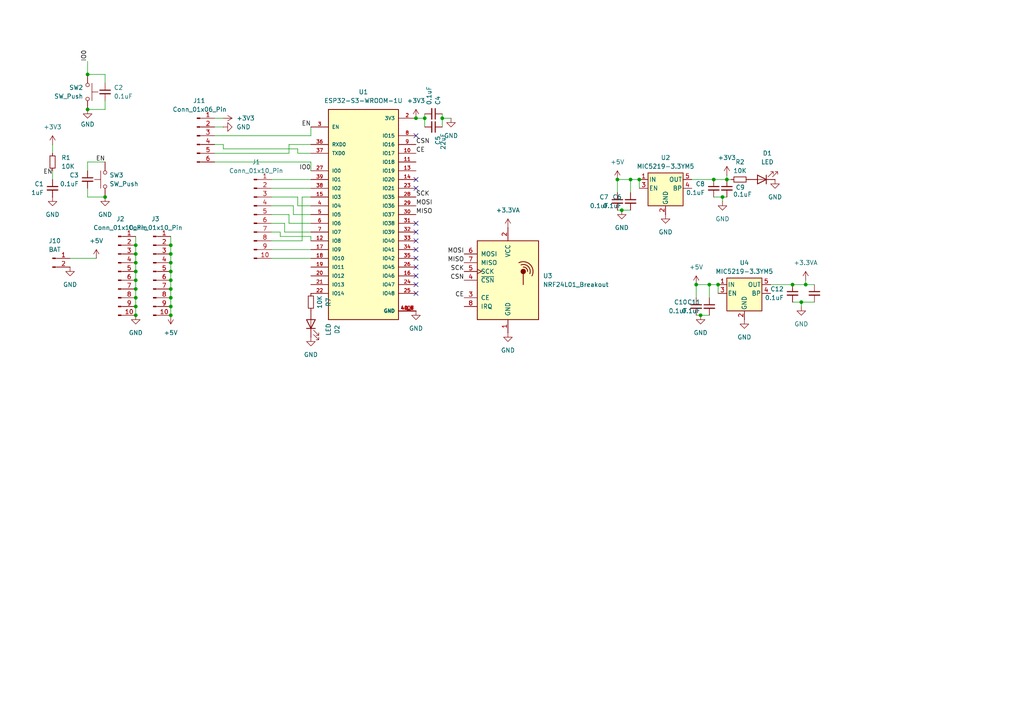
<source format=kicad_sch>
(kicad_sch
	(version 20250114)
	(generator "eeschema")
	(generator_version "9.0")
	(uuid "3a759315-27bb-4c43-a944-62008d94752e")
	(paper "A4")
	(lib_symbols
		(symbol "Connector:Conn_01x02_Pin"
			(pin_names
				(offset 1.016)
				(hide yes)
			)
			(exclude_from_sim no)
			(in_bom yes)
			(on_board yes)
			(property "Reference" "J"
				(at 0 2.54 0)
				(effects
					(font
						(size 1.27 1.27)
					)
				)
			)
			(property "Value" "Conn_01x02_Pin"
				(at 0 -5.08 0)
				(effects
					(font
						(size 1.27 1.27)
					)
				)
			)
			(property "Footprint" ""
				(at 0 0 0)
				(effects
					(font
						(size 1.27 1.27)
					)
					(hide yes)
				)
			)
			(property "Datasheet" "~"
				(at 0 0 0)
				(effects
					(font
						(size 1.27 1.27)
					)
					(hide yes)
				)
			)
			(property "Description" "Generic connector, single row, 01x02, script generated"
				(at 0 0 0)
				(effects
					(font
						(size 1.27 1.27)
					)
					(hide yes)
				)
			)
			(property "ki_locked" ""
				(at 0 0 0)
				(effects
					(font
						(size 1.27 1.27)
					)
				)
			)
			(property "ki_keywords" "connector"
				(at 0 0 0)
				(effects
					(font
						(size 1.27 1.27)
					)
					(hide yes)
				)
			)
			(property "ki_fp_filters" "Connector*:*_1x??_*"
				(at 0 0 0)
				(effects
					(font
						(size 1.27 1.27)
					)
					(hide yes)
				)
			)
			(symbol "Conn_01x02_Pin_1_1"
				(rectangle
					(start 0.8636 0.127)
					(end 0 -0.127)
					(stroke
						(width 0.1524)
						(type default)
					)
					(fill
						(type outline)
					)
				)
				(rectangle
					(start 0.8636 -2.413)
					(end 0 -2.667)
					(stroke
						(width 0.1524)
						(type default)
					)
					(fill
						(type outline)
					)
				)
				(polyline
					(pts
						(xy 1.27 0) (xy 0.8636 0)
					)
					(stroke
						(width 0.1524)
						(type default)
					)
					(fill
						(type none)
					)
				)
				(polyline
					(pts
						(xy 1.27 -2.54) (xy 0.8636 -2.54)
					)
					(stroke
						(width 0.1524)
						(type default)
					)
					(fill
						(type none)
					)
				)
				(pin passive line
					(at 5.08 0 180)
					(length 3.81)
					(name "Pin_1"
						(effects
							(font
								(size 1.27 1.27)
							)
						)
					)
					(number "1"
						(effects
							(font
								(size 1.27 1.27)
							)
						)
					)
				)
				(pin passive line
					(at 5.08 -2.54 180)
					(length 3.81)
					(name "Pin_2"
						(effects
							(font
								(size 1.27 1.27)
							)
						)
					)
					(number "2"
						(effects
							(font
								(size 1.27 1.27)
							)
						)
					)
				)
			)
			(embedded_fonts no)
		)
		(symbol "Connector:Conn_01x06_Pin"
			(pin_names
				(offset 1.016)
				(hide yes)
			)
			(exclude_from_sim no)
			(in_bom yes)
			(on_board yes)
			(property "Reference" "J"
				(at 0 7.62 0)
				(effects
					(font
						(size 1.27 1.27)
					)
				)
			)
			(property "Value" "Conn_01x06_Pin"
				(at 0 -10.16 0)
				(effects
					(font
						(size 1.27 1.27)
					)
				)
			)
			(property "Footprint" ""
				(at 0 0 0)
				(effects
					(font
						(size 1.27 1.27)
					)
					(hide yes)
				)
			)
			(property "Datasheet" "~"
				(at 0 0 0)
				(effects
					(font
						(size 1.27 1.27)
					)
					(hide yes)
				)
			)
			(property "Description" "Generic connector, single row, 01x06, script generated"
				(at 0 0 0)
				(effects
					(font
						(size 1.27 1.27)
					)
					(hide yes)
				)
			)
			(property "ki_locked" ""
				(at 0 0 0)
				(effects
					(font
						(size 1.27 1.27)
					)
				)
			)
			(property "ki_keywords" "connector"
				(at 0 0 0)
				(effects
					(font
						(size 1.27 1.27)
					)
					(hide yes)
				)
			)
			(property "ki_fp_filters" "Connector*:*_1x??_*"
				(at 0 0 0)
				(effects
					(font
						(size 1.27 1.27)
					)
					(hide yes)
				)
			)
			(symbol "Conn_01x06_Pin_1_1"
				(rectangle
					(start 0.8636 5.207)
					(end 0 4.953)
					(stroke
						(width 0.1524)
						(type default)
					)
					(fill
						(type outline)
					)
				)
				(rectangle
					(start 0.8636 2.667)
					(end 0 2.413)
					(stroke
						(width 0.1524)
						(type default)
					)
					(fill
						(type outline)
					)
				)
				(rectangle
					(start 0.8636 0.127)
					(end 0 -0.127)
					(stroke
						(width 0.1524)
						(type default)
					)
					(fill
						(type outline)
					)
				)
				(rectangle
					(start 0.8636 -2.413)
					(end 0 -2.667)
					(stroke
						(width 0.1524)
						(type default)
					)
					(fill
						(type outline)
					)
				)
				(rectangle
					(start 0.8636 -4.953)
					(end 0 -5.207)
					(stroke
						(width 0.1524)
						(type default)
					)
					(fill
						(type outline)
					)
				)
				(rectangle
					(start 0.8636 -7.493)
					(end 0 -7.747)
					(stroke
						(width 0.1524)
						(type default)
					)
					(fill
						(type outline)
					)
				)
				(polyline
					(pts
						(xy 1.27 5.08) (xy 0.8636 5.08)
					)
					(stroke
						(width 0.1524)
						(type default)
					)
					(fill
						(type none)
					)
				)
				(polyline
					(pts
						(xy 1.27 2.54) (xy 0.8636 2.54)
					)
					(stroke
						(width 0.1524)
						(type default)
					)
					(fill
						(type none)
					)
				)
				(polyline
					(pts
						(xy 1.27 0) (xy 0.8636 0)
					)
					(stroke
						(width 0.1524)
						(type default)
					)
					(fill
						(type none)
					)
				)
				(polyline
					(pts
						(xy 1.27 -2.54) (xy 0.8636 -2.54)
					)
					(stroke
						(width 0.1524)
						(type default)
					)
					(fill
						(type none)
					)
				)
				(polyline
					(pts
						(xy 1.27 -5.08) (xy 0.8636 -5.08)
					)
					(stroke
						(width 0.1524)
						(type default)
					)
					(fill
						(type none)
					)
				)
				(polyline
					(pts
						(xy 1.27 -7.62) (xy 0.8636 -7.62)
					)
					(stroke
						(width 0.1524)
						(type default)
					)
					(fill
						(type none)
					)
				)
				(pin passive line
					(at 5.08 5.08 180)
					(length 3.81)
					(name "Pin_1"
						(effects
							(font
								(size 1.27 1.27)
							)
						)
					)
					(number "1"
						(effects
							(font
								(size 1.27 1.27)
							)
						)
					)
				)
				(pin passive line
					(at 5.08 2.54 180)
					(length 3.81)
					(name "Pin_2"
						(effects
							(font
								(size 1.27 1.27)
							)
						)
					)
					(number "2"
						(effects
							(font
								(size 1.27 1.27)
							)
						)
					)
				)
				(pin passive line
					(at 5.08 0 180)
					(length 3.81)
					(name "Pin_3"
						(effects
							(font
								(size 1.27 1.27)
							)
						)
					)
					(number "3"
						(effects
							(font
								(size 1.27 1.27)
							)
						)
					)
				)
				(pin passive line
					(at 5.08 -2.54 180)
					(length 3.81)
					(name "Pin_4"
						(effects
							(font
								(size 1.27 1.27)
							)
						)
					)
					(number "4"
						(effects
							(font
								(size 1.27 1.27)
							)
						)
					)
				)
				(pin passive line
					(at 5.08 -5.08 180)
					(length 3.81)
					(name "Pin_5"
						(effects
							(font
								(size 1.27 1.27)
							)
						)
					)
					(number "5"
						(effects
							(font
								(size 1.27 1.27)
							)
						)
					)
				)
				(pin passive line
					(at 5.08 -7.62 180)
					(length 3.81)
					(name "Pin_6"
						(effects
							(font
								(size 1.27 1.27)
							)
						)
					)
					(number "6"
						(effects
							(font
								(size 1.27 1.27)
							)
						)
					)
				)
			)
			(embedded_fonts no)
		)
		(symbol "Connector:Conn_01x10_Pin"
			(pin_names
				(offset 1.016)
				(hide yes)
			)
			(exclude_from_sim no)
			(in_bom yes)
			(on_board yes)
			(property "Reference" "J"
				(at 0 12.7 0)
				(effects
					(font
						(size 1.27 1.27)
					)
				)
			)
			(property "Value" "Conn_01x10_Pin"
				(at 0 -15.24 0)
				(effects
					(font
						(size 1.27 1.27)
					)
				)
			)
			(property "Footprint" ""
				(at 0 0 0)
				(effects
					(font
						(size 1.27 1.27)
					)
					(hide yes)
				)
			)
			(property "Datasheet" "~"
				(at 0 0 0)
				(effects
					(font
						(size 1.27 1.27)
					)
					(hide yes)
				)
			)
			(property "Description" "Generic connector, single row, 01x10, script generated"
				(at 0 0 0)
				(effects
					(font
						(size 1.27 1.27)
					)
					(hide yes)
				)
			)
			(property "ki_locked" ""
				(at 0 0 0)
				(effects
					(font
						(size 1.27 1.27)
					)
				)
			)
			(property "ki_keywords" "connector"
				(at 0 0 0)
				(effects
					(font
						(size 1.27 1.27)
					)
					(hide yes)
				)
			)
			(property "ki_fp_filters" "Connector*:*_1x??_*"
				(at 0 0 0)
				(effects
					(font
						(size 1.27 1.27)
					)
					(hide yes)
				)
			)
			(symbol "Conn_01x10_Pin_1_1"
				(rectangle
					(start 0.8636 10.287)
					(end 0 10.033)
					(stroke
						(width 0.1524)
						(type default)
					)
					(fill
						(type outline)
					)
				)
				(rectangle
					(start 0.8636 7.747)
					(end 0 7.493)
					(stroke
						(width 0.1524)
						(type default)
					)
					(fill
						(type outline)
					)
				)
				(rectangle
					(start 0.8636 5.207)
					(end 0 4.953)
					(stroke
						(width 0.1524)
						(type default)
					)
					(fill
						(type outline)
					)
				)
				(rectangle
					(start 0.8636 2.667)
					(end 0 2.413)
					(stroke
						(width 0.1524)
						(type default)
					)
					(fill
						(type outline)
					)
				)
				(rectangle
					(start 0.8636 0.127)
					(end 0 -0.127)
					(stroke
						(width 0.1524)
						(type default)
					)
					(fill
						(type outline)
					)
				)
				(rectangle
					(start 0.8636 -2.413)
					(end 0 -2.667)
					(stroke
						(width 0.1524)
						(type default)
					)
					(fill
						(type outline)
					)
				)
				(rectangle
					(start 0.8636 -4.953)
					(end 0 -5.207)
					(stroke
						(width 0.1524)
						(type default)
					)
					(fill
						(type outline)
					)
				)
				(rectangle
					(start 0.8636 -7.493)
					(end 0 -7.747)
					(stroke
						(width 0.1524)
						(type default)
					)
					(fill
						(type outline)
					)
				)
				(rectangle
					(start 0.8636 -10.033)
					(end 0 -10.287)
					(stroke
						(width 0.1524)
						(type default)
					)
					(fill
						(type outline)
					)
				)
				(rectangle
					(start 0.8636 -12.573)
					(end 0 -12.827)
					(stroke
						(width 0.1524)
						(type default)
					)
					(fill
						(type outline)
					)
				)
				(polyline
					(pts
						(xy 1.27 10.16) (xy 0.8636 10.16)
					)
					(stroke
						(width 0.1524)
						(type default)
					)
					(fill
						(type none)
					)
				)
				(polyline
					(pts
						(xy 1.27 7.62) (xy 0.8636 7.62)
					)
					(stroke
						(width 0.1524)
						(type default)
					)
					(fill
						(type none)
					)
				)
				(polyline
					(pts
						(xy 1.27 5.08) (xy 0.8636 5.08)
					)
					(stroke
						(width 0.1524)
						(type default)
					)
					(fill
						(type none)
					)
				)
				(polyline
					(pts
						(xy 1.27 2.54) (xy 0.8636 2.54)
					)
					(stroke
						(width 0.1524)
						(type default)
					)
					(fill
						(type none)
					)
				)
				(polyline
					(pts
						(xy 1.27 0) (xy 0.8636 0)
					)
					(stroke
						(width 0.1524)
						(type default)
					)
					(fill
						(type none)
					)
				)
				(polyline
					(pts
						(xy 1.27 -2.54) (xy 0.8636 -2.54)
					)
					(stroke
						(width 0.1524)
						(type default)
					)
					(fill
						(type none)
					)
				)
				(polyline
					(pts
						(xy 1.27 -5.08) (xy 0.8636 -5.08)
					)
					(stroke
						(width 0.1524)
						(type default)
					)
					(fill
						(type none)
					)
				)
				(polyline
					(pts
						(xy 1.27 -7.62) (xy 0.8636 -7.62)
					)
					(stroke
						(width 0.1524)
						(type default)
					)
					(fill
						(type none)
					)
				)
				(polyline
					(pts
						(xy 1.27 -10.16) (xy 0.8636 -10.16)
					)
					(stroke
						(width 0.1524)
						(type default)
					)
					(fill
						(type none)
					)
				)
				(polyline
					(pts
						(xy 1.27 -12.7) (xy 0.8636 -12.7)
					)
					(stroke
						(width 0.1524)
						(type default)
					)
					(fill
						(type none)
					)
				)
				(pin passive line
					(at 5.08 10.16 180)
					(length 3.81)
					(name "Pin_1"
						(effects
							(font
								(size 1.27 1.27)
							)
						)
					)
					(number "1"
						(effects
							(font
								(size 1.27 1.27)
							)
						)
					)
				)
				(pin passive line
					(at 5.08 7.62 180)
					(length 3.81)
					(name "Pin_2"
						(effects
							(font
								(size 1.27 1.27)
							)
						)
					)
					(number "2"
						(effects
							(font
								(size 1.27 1.27)
							)
						)
					)
				)
				(pin passive line
					(at 5.08 5.08 180)
					(length 3.81)
					(name "Pin_3"
						(effects
							(font
								(size 1.27 1.27)
							)
						)
					)
					(number "3"
						(effects
							(font
								(size 1.27 1.27)
							)
						)
					)
				)
				(pin passive line
					(at 5.08 2.54 180)
					(length 3.81)
					(name "Pin_4"
						(effects
							(font
								(size 1.27 1.27)
							)
						)
					)
					(number "4"
						(effects
							(font
								(size 1.27 1.27)
							)
						)
					)
				)
				(pin passive line
					(at 5.08 0 180)
					(length 3.81)
					(name "Pin_5"
						(effects
							(font
								(size 1.27 1.27)
							)
						)
					)
					(number "5"
						(effects
							(font
								(size 1.27 1.27)
							)
						)
					)
				)
				(pin passive line
					(at 5.08 -2.54 180)
					(length 3.81)
					(name "Pin_6"
						(effects
							(font
								(size 1.27 1.27)
							)
						)
					)
					(number "6"
						(effects
							(font
								(size 1.27 1.27)
							)
						)
					)
				)
				(pin passive line
					(at 5.08 -5.08 180)
					(length 3.81)
					(name "Pin_7"
						(effects
							(font
								(size 1.27 1.27)
							)
						)
					)
					(number "7"
						(effects
							(font
								(size 1.27 1.27)
							)
						)
					)
				)
				(pin passive line
					(at 5.08 -7.62 180)
					(length 3.81)
					(name "Pin_8"
						(effects
							(font
								(size 1.27 1.27)
							)
						)
					)
					(number "8"
						(effects
							(font
								(size 1.27 1.27)
							)
						)
					)
				)
				(pin passive line
					(at 5.08 -10.16 180)
					(length 3.81)
					(name "Pin_9"
						(effects
							(font
								(size 1.27 1.27)
							)
						)
					)
					(number "9"
						(effects
							(font
								(size 1.27 1.27)
							)
						)
					)
				)
				(pin passive line
					(at 5.08 -12.7 180)
					(length 3.81)
					(name "Pin_10"
						(effects
							(font
								(size 1.27 1.27)
							)
						)
					)
					(number "10"
						(effects
							(font
								(size 1.27 1.27)
							)
						)
					)
				)
			)
			(embedded_fonts no)
		)
		(symbol "Device:C_Small"
			(pin_numbers
				(hide yes)
			)
			(pin_names
				(offset 0.254)
				(hide yes)
			)
			(exclude_from_sim no)
			(in_bom yes)
			(on_board yes)
			(property "Reference" "C"
				(at 0.254 1.778 0)
				(effects
					(font
						(size 1.27 1.27)
					)
					(justify left)
				)
			)
			(property "Value" "C_Small"
				(at 0.254 -2.032 0)
				(effects
					(font
						(size 1.27 1.27)
					)
					(justify left)
				)
			)
			(property "Footprint" ""
				(at 0 0 0)
				(effects
					(font
						(size 1.27 1.27)
					)
					(hide yes)
				)
			)
			(property "Datasheet" "~"
				(at 0 0 0)
				(effects
					(font
						(size 1.27 1.27)
					)
					(hide yes)
				)
			)
			(property "Description" "Unpolarized capacitor, small symbol"
				(at 0 0 0)
				(effects
					(font
						(size 1.27 1.27)
					)
					(hide yes)
				)
			)
			(property "ki_keywords" "capacitor cap"
				(at 0 0 0)
				(effects
					(font
						(size 1.27 1.27)
					)
					(hide yes)
				)
			)
			(property "ki_fp_filters" "C_*"
				(at 0 0 0)
				(effects
					(font
						(size 1.27 1.27)
					)
					(hide yes)
				)
			)
			(symbol "C_Small_0_1"
				(polyline
					(pts
						(xy -1.524 0.508) (xy 1.524 0.508)
					)
					(stroke
						(width 0.3048)
						(type default)
					)
					(fill
						(type none)
					)
				)
				(polyline
					(pts
						(xy -1.524 -0.508) (xy 1.524 -0.508)
					)
					(stroke
						(width 0.3302)
						(type default)
					)
					(fill
						(type none)
					)
				)
			)
			(symbol "C_Small_1_1"
				(pin passive line
					(at 0 2.54 270)
					(length 2.032)
					(name "~"
						(effects
							(font
								(size 1.27 1.27)
							)
						)
					)
					(number "1"
						(effects
							(font
								(size 1.27 1.27)
							)
						)
					)
				)
				(pin passive line
					(at 0 -2.54 90)
					(length 2.032)
					(name "~"
						(effects
							(font
								(size 1.27 1.27)
							)
						)
					)
					(number "2"
						(effects
							(font
								(size 1.27 1.27)
							)
						)
					)
				)
			)
			(embedded_fonts no)
		)
		(symbol "Device:LED"
			(pin_numbers
				(hide yes)
			)
			(pin_names
				(offset 1.016)
				(hide yes)
			)
			(exclude_from_sim no)
			(in_bom yes)
			(on_board yes)
			(property "Reference" "D"
				(at 0 2.54 0)
				(effects
					(font
						(size 1.27 1.27)
					)
				)
			)
			(property "Value" "LED"
				(at 0 -2.54 0)
				(effects
					(font
						(size 1.27 1.27)
					)
				)
			)
			(property "Footprint" ""
				(at 0 0 0)
				(effects
					(font
						(size 1.27 1.27)
					)
					(hide yes)
				)
			)
			(property "Datasheet" "~"
				(at 0 0 0)
				(effects
					(font
						(size 1.27 1.27)
					)
					(hide yes)
				)
			)
			(property "Description" "Light emitting diode"
				(at 0 0 0)
				(effects
					(font
						(size 1.27 1.27)
					)
					(hide yes)
				)
			)
			(property "Sim.Pins" "1=K 2=A"
				(at 0 0 0)
				(effects
					(font
						(size 1.27 1.27)
					)
					(hide yes)
				)
			)
			(property "ki_keywords" "LED diode"
				(at 0 0 0)
				(effects
					(font
						(size 1.27 1.27)
					)
					(hide yes)
				)
			)
			(property "ki_fp_filters" "LED* LED_SMD:* LED_THT:*"
				(at 0 0 0)
				(effects
					(font
						(size 1.27 1.27)
					)
					(hide yes)
				)
			)
			(symbol "LED_0_1"
				(polyline
					(pts
						(xy -3.048 -0.762) (xy -4.572 -2.286) (xy -3.81 -2.286) (xy -4.572 -2.286) (xy -4.572 -1.524)
					)
					(stroke
						(width 0)
						(type default)
					)
					(fill
						(type none)
					)
				)
				(polyline
					(pts
						(xy -1.778 -0.762) (xy -3.302 -2.286) (xy -2.54 -2.286) (xy -3.302 -2.286) (xy -3.302 -1.524)
					)
					(stroke
						(width 0)
						(type default)
					)
					(fill
						(type none)
					)
				)
				(polyline
					(pts
						(xy -1.27 0) (xy 1.27 0)
					)
					(stroke
						(width 0)
						(type default)
					)
					(fill
						(type none)
					)
				)
				(polyline
					(pts
						(xy -1.27 -1.27) (xy -1.27 1.27)
					)
					(stroke
						(width 0.254)
						(type default)
					)
					(fill
						(type none)
					)
				)
				(polyline
					(pts
						(xy 1.27 -1.27) (xy 1.27 1.27) (xy -1.27 0) (xy 1.27 -1.27)
					)
					(stroke
						(width 0.254)
						(type default)
					)
					(fill
						(type none)
					)
				)
			)
			(symbol "LED_1_1"
				(pin passive line
					(at -3.81 0 0)
					(length 2.54)
					(name "K"
						(effects
							(font
								(size 1.27 1.27)
							)
						)
					)
					(number "1"
						(effects
							(font
								(size 1.27 1.27)
							)
						)
					)
				)
				(pin passive line
					(at 3.81 0 180)
					(length 2.54)
					(name "A"
						(effects
							(font
								(size 1.27 1.27)
							)
						)
					)
					(number "2"
						(effects
							(font
								(size 1.27 1.27)
							)
						)
					)
				)
			)
			(embedded_fonts no)
		)
		(symbol "Device:R_Small"
			(pin_numbers
				(hide yes)
			)
			(pin_names
				(offset 0.254)
				(hide yes)
			)
			(exclude_from_sim no)
			(in_bom yes)
			(on_board yes)
			(property "Reference" "R"
				(at 0.762 0.508 0)
				(effects
					(font
						(size 1.27 1.27)
					)
					(justify left)
				)
			)
			(property "Value" "R_Small"
				(at 0.762 -1.016 0)
				(effects
					(font
						(size 1.27 1.27)
					)
					(justify left)
				)
			)
			(property "Footprint" ""
				(at 0 0 0)
				(effects
					(font
						(size 1.27 1.27)
					)
					(hide yes)
				)
			)
			(property "Datasheet" "~"
				(at 0 0 0)
				(effects
					(font
						(size 1.27 1.27)
					)
					(hide yes)
				)
			)
			(property "Description" "Resistor, small symbol"
				(at 0 0 0)
				(effects
					(font
						(size 1.27 1.27)
					)
					(hide yes)
				)
			)
			(property "ki_keywords" "R resistor"
				(at 0 0 0)
				(effects
					(font
						(size 1.27 1.27)
					)
					(hide yes)
				)
			)
			(property "ki_fp_filters" "R_*"
				(at 0 0 0)
				(effects
					(font
						(size 1.27 1.27)
					)
					(hide yes)
				)
			)
			(symbol "R_Small_0_1"
				(rectangle
					(start -0.762 1.778)
					(end 0.762 -1.778)
					(stroke
						(width 0.2032)
						(type default)
					)
					(fill
						(type none)
					)
				)
			)
			(symbol "R_Small_1_1"
				(pin passive line
					(at 0 2.54 270)
					(length 0.762)
					(name "~"
						(effects
							(font
								(size 1.27 1.27)
							)
						)
					)
					(number "1"
						(effects
							(font
								(size 1.27 1.27)
							)
						)
					)
				)
				(pin passive line
					(at 0 -2.54 90)
					(length 0.762)
					(name "~"
						(effects
							(font
								(size 1.27 1.27)
							)
						)
					)
					(number "2"
						(effects
							(font
								(size 1.27 1.27)
							)
						)
					)
				)
			)
			(embedded_fonts no)
		)
		(symbol "ESP32-S3-WROOM-1U:ESP32-S3-WROOM-1U"
			(pin_names
				(offset 1.016)
			)
			(exclude_from_sim no)
			(in_bom yes)
			(on_board yes)
			(property "Reference" "U"
				(at -10.16 31.369 0)
				(effects
					(font
						(size 1.27 1.27)
					)
					(justify left bottom)
				)
			)
			(property "Value" "ESP32-S3-WROOM-1U"
				(at -10.16 -33.02 0)
				(effects
					(font
						(size 1.27 1.27)
					)
					(justify left bottom)
				)
			)
			(property "Footprint" "ESP32-S3-WROOM-1U:XCVR_ESP32-S3-WROOM-1U"
				(at 0 0 0)
				(effects
					(font
						(size 1.27 1.27)
					)
					(justify bottom)
					(hide yes)
				)
			)
			(property "Datasheet" ""
				(at 0 0 0)
				(effects
					(font
						(size 1.27 1.27)
					)
					(hide yes)
				)
			)
			(property "Description" ""
				(at 0 0 0)
				(effects
					(font
						(size 1.27 1.27)
					)
					(hide yes)
				)
			)
			(property "MF" "Espressif Systems"
				(at 0 0 0)
				(effects
					(font
						(size 1.27 1.27)
					)
					(justify bottom)
					(hide yes)
				)
			)
			(property "MAXIMUM_PACKAGE_HEIGHT" "3.35mm"
				(at 0 0 0)
				(effects
					(font
						(size 1.27 1.27)
					)
					(justify bottom)
					(hide yes)
				)
			)
			(property "Package" "SMD-41 Espressif Systems"
				(at 0 0 0)
				(effects
					(font
						(size 1.27 1.27)
					)
					(justify bottom)
					(hide yes)
				)
			)
			(property "Price" "None"
				(at 0 0 0)
				(effects
					(font
						(size 1.27 1.27)
					)
					(justify bottom)
					(hide yes)
				)
			)
			(property "Check_prices" "https://www.snapeda.com/parts/ESP32-S3-WROOM-1U/Espressif+Systems/view-part/?ref=eda"
				(at 0 0 0)
				(effects
					(font
						(size 1.27 1.27)
					)
					(justify bottom)
					(hide yes)
				)
			)
			(property "STANDARD" "Manufacturer Recommendations"
				(at 0 0 0)
				(effects
					(font
						(size 1.27 1.27)
					)
					(justify bottom)
					(hide yes)
				)
			)
			(property "PARTREV" "v0.6"
				(at 0 0 0)
				(effects
					(font
						(size 1.27 1.27)
					)
					(justify bottom)
					(hide yes)
				)
			)
			(property "SnapEDA_Link" "https://www.snapeda.com/parts/ESP32-S3-WROOM-1U/Espressif+Systems/view-part/?ref=snap"
				(at 0 0 0)
				(effects
					(font
						(size 1.27 1.27)
					)
					(justify bottom)
					(hide yes)
				)
			)
			(property "MP" "ESP32-S3-WROOM-1U"
				(at 0 0 0)
				(effects
					(font
						(size 1.27 1.27)
					)
					(justify bottom)
					(hide yes)
				)
			)
			(property "Description_1" "2.4 GHz Wi-Fi (802.11 b/g/n) and Bluetooth 5 (LE) module"
				(at 0 0 0)
				(effects
					(font
						(size 1.27 1.27)
					)
					(justify bottom)
					(hide yes)
				)
			)
			(property "Availability" "Not in stock"
				(at 0 0 0)
				(effects
					(font
						(size 1.27 1.27)
					)
					(justify bottom)
					(hide yes)
				)
			)
			(property "MANUFACTURER" "Espressif"
				(at 0 0 0)
				(effects
					(font
						(size 1.27 1.27)
					)
					(justify bottom)
					(hide yes)
				)
			)
			(symbol "ESP32-S3-WROOM-1U_0_0"
				(rectangle
					(start -10.16 -30.48)
					(end 10.16 30.48)
					(stroke
						(width 0.254)
						(type default)
					)
					(fill
						(type background)
					)
				)
				(pin input line
					(at -15.24 25.4 0)
					(length 5.08)
					(name "EN"
						(effects
							(font
								(size 1.016 1.016)
							)
						)
					)
					(number "3"
						(effects
							(font
								(size 1.016 1.016)
							)
						)
					)
				)
				(pin bidirectional line
					(at -15.24 20.32 0)
					(length 5.08)
					(name "RXD0"
						(effects
							(font
								(size 1.016 1.016)
							)
						)
					)
					(number "36"
						(effects
							(font
								(size 1.016 1.016)
							)
						)
					)
				)
				(pin bidirectional line
					(at -15.24 17.78 0)
					(length 5.08)
					(name "TXD0"
						(effects
							(font
								(size 1.016 1.016)
							)
						)
					)
					(number "37"
						(effects
							(font
								(size 1.016 1.016)
							)
						)
					)
				)
				(pin bidirectional line
					(at -15.24 12.7 0)
					(length 5.08)
					(name "IO0"
						(effects
							(font
								(size 1.016 1.016)
							)
						)
					)
					(number "27"
						(effects
							(font
								(size 1.016 1.016)
							)
						)
					)
				)
				(pin bidirectional line
					(at -15.24 10.16 0)
					(length 5.08)
					(name "IO1"
						(effects
							(font
								(size 1.016 1.016)
							)
						)
					)
					(number "39"
						(effects
							(font
								(size 1.016 1.016)
							)
						)
					)
				)
				(pin bidirectional line
					(at -15.24 7.62 0)
					(length 5.08)
					(name "IO2"
						(effects
							(font
								(size 1.016 1.016)
							)
						)
					)
					(number "38"
						(effects
							(font
								(size 1.016 1.016)
							)
						)
					)
				)
				(pin bidirectional line
					(at -15.24 5.08 0)
					(length 5.08)
					(name "IO3"
						(effects
							(font
								(size 1.016 1.016)
							)
						)
					)
					(number "15"
						(effects
							(font
								(size 1.016 1.016)
							)
						)
					)
				)
				(pin bidirectional line
					(at -15.24 2.54 0)
					(length 5.08)
					(name "IO4"
						(effects
							(font
								(size 1.016 1.016)
							)
						)
					)
					(number "4"
						(effects
							(font
								(size 1.016 1.016)
							)
						)
					)
				)
				(pin bidirectional line
					(at -15.24 0 0)
					(length 5.08)
					(name "IO5"
						(effects
							(font
								(size 1.016 1.016)
							)
						)
					)
					(number "5"
						(effects
							(font
								(size 1.016 1.016)
							)
						)
					)
				)
				(pin bidirectional line
					(at -15.24 -2.54 0)
					(length 5.08)
					(name "IO6"
						(effects
							(font
								(size 1.016 1.016)
							)
						)
					)
					(number "6"
						(effects
							(font
								(size 1.016 1.016)
							)
						)
					)
				)
				(pin bidirectional line
					(at -15.24 -5.08 0)
					(length 5.08)
					(name "IO7"
						(effects
							(font
								(size 1.016 1.016)
							)
						)
					)
					(number "7"
						(effects
							(font
								(size 1.016 1.016)
							)
						)
					)
				)
				(pin bidirectional line
					(at -15.24 -7.62 0)
					(length 5.08)
					(name "IO8"
						(effects
							(font
								(size 1.016 1.016)
							)
						)
					)
					(number "12"
						(effects
							(font
								(size 1.016 1.016)
							)
						)
					)
				)
				(pin bidirectional line
					(at -15.24 -10.16 0)
					(length 5.08)
					(name "IO9"
						(effects
							(font
								(size 1.016 1.016)
							)
						)
					)
					(number "17"
						(effects
							(font
								(size 1.016 1.016)
							)
						)
					)
				)
				(pin bidirectional line
					(at -15.24 -12.7 0)
					(length 5.08)
					(name "IO10"
						(effects
							(font
								(size 1.016 1.016)
							)
						)
					)
					(number "18"
						(effects
							(font
								(size 1.016 1.016)
							)
						)
					)
				)
				(pin bidirectional line
					(at -15.24 -15.24 0)
					(length 5.08)
					(name "IO11"
						(effects
							(font
								(size 1.016 1.016)
							)
						)
					)
					(number "19"
						(effects
							(font
								(size 1.016 1.016)
							)
						)
					)
				)
				(pin bidirectional line
					(at -15.24 -17.78 0)
					(length 5.08)
					(name "IO12"
						(effects
							(font
								(size 1.016 1.016)
							)
						)
					)
					(number "20"
						(effects
							(font
								(size 1.016 1.016)
							)
						)
					)
				)
				(pin bidirectional line
					(at -15.24 -20.32 0)
					(length 5.08)
					(name "IO13"
						(effects
							(font
								(size 1.016 1.016)
							)
						)
					)
					(number "21"
						(effects
							(font
								(size 1.016 1.016)
							)
						)
					)
				)
				(pin bidirectional line
					(at -15.24 -22.86 0)
					(length 5.08)
					(name "IO14"
						(effects
							(font
								(size 1.016 1.016)
							)
						)
					)
					(number "22"
						(effects
							(font
								(size 1.016 1.016)
							)
						)
					)
				)
				(pin power_in line
					(at 15.24 27.94 180)
					(length 5.08)
					(name "3V3"
						(effects
							(font
								(size 1.016 1.016)
							)
						)
					)
					(number "2"
						(effects
							(font
								(size 1.016 1.016)
							)
						)
					)
				)
				(pin bidirectional line
					(at 15.24 22.86 180)
					(length 5.08)
					(name "IO15"
						(effects
							(font
								(size 1.016 1.016)
							)
						)
					)
					(number "8"
						(effects
							(font
								(size 1.016 1.016)
							)
						)
					)
				)
				(pin bidirectional line
					(at 15.24 20.32 180)
					(length 5.08)
					(name "IO16"
						(effects
							(font
								(size 1.016 1.016)
							)
						)
					)
					(number "9"
						(effects
							(font
								(size 1.016 1.016)
							)
						)
					)
				)
				(pin bidirectional line
					(at 15.24 17.78 180)
					(length 5.08)
					(name "IO17"
						(effects
							(font
								(size 1.016 1.016)
							)
						)
					)
					(number "10"
						(effects
							(font
								(size 1.016 1.016)
							)
						)
					)
				)
				(pin bidirectional line
					(at 15.24 15.24 180)
					(length 5.08)
					(name "IO18"
						(effects
							(font
								(size 1.016 1.016)
							)
						)
					)
					(number "11"
						(effects
							(font
								(size 1.016 1.016)
							)
						)
					)
				)
				(pin bidirectional line
					(at 15.24 12.7 180)
					(length 5.08)
					(name "IO19"
						(effects
							(font
								(size 1.016 1.016)
							)
						)
					)
					(number "13"
						(effects
							(font
								(size 1.016 1.016)
							)
						)
					)
				)
				(pin bidirectional line
					(at 15.24 10.16 180)
					(length 5.08)
					(name "IO20"
						(effects
							(font
								(size 1.016 1.016)
							)
						)
					)
					(number "14"
						(effects
							(font
								(size 1.016 1.016)
							)
						)
					)
				)
				(pin bidirectional line
					(at 15.24 7.62 180)
					(length 5.08)
					(name "IO21"
						(effects
							(font
								(size 1.016 1.016)
							)
						)
					)
					(number "23"
						(effects
							(font
								(size 1.016 1.016)
							)
						)
					)
				)
				(pin bidirectional line
					(at 15.24 5.08 180)
					(length 5.08)
					(name "IO35"
						(effects
							(font
								(size 1.016 1.016)
							)
						)
					)
					(number "28"
						(effects
							(font
								(size 1.016 1.016)
							)
						)
					)
				)
				(pin bidirectional line
					(at 15.24 2.54 180)
					(length 5.08)
					(name "IO36"
						(effects
							(font
								(size 1.016 1.016)
							)
						)
					)
					(number "29"
						(effects
							(font
								(size 1.016 1.016)
							)
						)
					)
				)
				(pin bidirectional line
					(at 15.24 0 180)
					(length 5.08)
					(name "IO37"
						(effects
							(font
								(size 1.016 1.016)
							)
						)
					)
					(number "30"
						(effects
							(font
								(size 1.016 1.016)
							)
						)
					)
				)
				(pin bidirectional line
					(at 15.24 -2.54 180)
					(length 5.08)
					(name "IO38"
						(effects
							(font
								(size 1.016 1.016)
							)
						)
					)
					(number "31"
						(effects
							(font
								(size 1.016 1.016)
							)
						)
					)
				)
				(pin bidirectional line
					(at 15.24 -5.08 180)
					(length 5.08)
					(name "IO39"
						(effects
							(font
								(size 1.016 1.016)
							)
						)
					)
					(number "32"
						(effects
							(font
								(size 1.016 1.016)
							)
						)
					)
				)
				(pin bidirectional line
					(at 15.24 -7.62 180)
					(length 5.08)
					(name "IO40"
						(effects
							(font
								(size 1.016 1.016)
							)
						)
					)
					(number "33"
						(effects
							(font
								(size 1.016 1.016)
							)
						)
					)
				)
				(pin bidirectional line
					(at 15.24 -10.16 180)
					(length 5.08)
					(name "IO41"
						(effects
							(font
								(size 1.016 1.016)
							)
						)
					)
					(number "34"
						(effects
							(font
								(size 1.016 1.016)
							)
						)
					)
				)
				(pin bidirectional line
					(at 15.24 -12.7 180)
					(length 5.08)
					(name "IO42"
						(effects
							(font
								(size 1.016 1.016)
							)
						)
					)
					(number "35"
						(effects
							(font
								(size 1.016 1.016)
							)
						)
					)
				)
				(pin bidirectional line
					(at 15.24 -15.24 180)
					(length 5.08)
					(name "IO45"
						(effects
							(font
								(size 1.016 1.016)
							)
						)
					)
					(number "26"
						(effects
							(font
								(size 1.016 1.016)
							)
						)
					)
				)
				(pin bidirectional line
					(at 15.24 -17.78 180)
					(length 5.08)
					(name "IO46"
						(effects
							(font
								(size 1.016 1.016)
							)
						)
					)
					(number "16"
						(effects
							(font
								(size 1.016 1.016)
							)
						)
					)
				)
				(pin bidirectional line
					(at 15.24 -20.32 180)
					(length 5.08)
					(name "IO47"
						(effects
							(font
								(size 1.016 1.016)
							)
						)
					)
					(number "24"
						(effects
							(font
								(size 1.016 1.016)
							)
						)
					)
				)
				(pin bidirectional line
					(at 15.24 -22.86 180)
					(length 5.08)
					(name "IO48"
						(effects
							(font
								(size 1.016 1.016)
							)
						)
					)
					(number "25"
						(effects
							(font
								(size 1.016 1.016)
							)
						)
					)
				)
				(pin power_in line
					(at 15.24 -27.94 180)
					(length 5.08)
					(name "GND"
						(effects
							(font
								(size 1.016 1.016)
							)
						)
					)
					(number "1"
						(effects
							(font
								(size 1.016 1.016)
							)
						)
					)
				)
				(pin power_in line
					(at 15.24 -27.94 180)
					(length 5.08)
					(name "GND"
						(effects
							(font
								(size 1.016 1.016)
							)
						)
					)
					(number "40"
						(effects
							(font
								(size 1.016 1.016)
							)
						)
					)
				)
				(pin power_in line
					(at 15.24 -27.94 180)
					(length 5.08)
					(name "GND"
						(effects
							(font
								(size 1.016 1.016)
							)
						)
					)
					(number "41_1"
						(effects
							(font
								(size 1.016 1.016)
							)
						)
					)
				)
				(pin power_in line
					(at 15.24 -27.94 180)
					(length 5.08)
					(name "GND"
						(effects
							(font
								(size 1.016 1.016)
							)
						)
					)
					(number "41_2"
						(effects
							(font
								(size 1.016 1.016)
							)
						)
					)
				)
				(pin power_in line
					(at 15.24 -27.94 180)
					(length 5.08)
					(name "GND"
						(effects
							(font
								(size 1.016 1.016)
							)
						)
					)
					(number "41_3"
						(effects
							(font
								(size 1.016 1.016)
							)
						)
					)
				)
				(pin power_in line
					(at 15.24 -27.94 180)
					(length 5.08)
					(name "GND"
						(effects
							(font
								(size 1.016 1.016)
							)
						)
					)
					(number "41_4"
						(effects
							(font
								(size 1.016 1.016)
							)
						)
					)
				)
				(pin power_in line
					(at 15.24 -27.94 180)
					(length 5.08)
					(name "GND"
						(effects
							(font
								(size 1.016 1.016)
							)
						)
					)
					(number "41_5"
						(effects
							(font
								(size 1.016 1.016)
							)
						)
					)
				)
				(pin power_in line
					(at 15.24 -27.94 180)
					(length 5.08)
					(name "GND"
						(effects
							(font
								(size 1.016 1.016)
							)
						)
					)
					(number "41_6"
						(effects
							(font
								(size 1.016 1.016)
							)
						)
					)
				)
				(pin power_in line
					(at 15.24 -27.94 180)
					(length 5.08)
					(name "GND"
						(effects
							(font
								(size 1.016 1.016)
							)
						)
					)
					(number "41_7"
						(effects
							(font
								(size 1.016 1.016)
							)
						)
					)
				)
				(pin power_in line
					(at 15.24 -27.94 180)
					(length 5.08)
					(name "GND"
						(effects
							(font
								(size 1.016 1.016)
							)
						)
					)
					(number "41_8"
						(effects
							(font
								(size 1.016 1.016)
							)
						)
					)
				)
				(pin power_in line
					(at 15.24 -27.94 180)
					(length 5.08)
					(name "GND"
						(effects
							(font
								(size 1.016 1.016)
							)
						)
					)
					(number "41_9"
						(effects
							(font
								(size 1.016 1.016)
							)
						)
					)
				)
			)
			(embedded_fonts no)
		)
		(symbol "RF:NRF24L01_Breakout"
			(pin_names
				(offset 1.016)
			)
			(exclude_from_sim no)
			(in_bom yes)
			(on_board yes)
			(property "Reference" "U"
				(at -8.89 12.7 0)
				(effects
					(font
						(size 1.27 1.27)
					)
					(justify left)
				)
			)
			(property "Value" "NRF24L01_Breakout"
				(at 3.81 12.7 0)
				(effects
					(font
						(size 1.27 1.27)
					)
					(justify left)
				)
			)
			(property "Footprint" "RF_Module:nRF24L01_Breakout"
				(at 3.81 15.24 0)
				(effects
					(font
						(size 1.27 1.27)
						(italic yes)
					)
					(justify left)
					(hide yes)
				)
			)
			(property "Datasheet" "http://www.nordicsemi.com/eng/content/download/2730/34105/file/nRF24L01_Product_Specification_v2_0.pdf"
				(at 0 -2.54 0)
				(effects
					(font
						(size 1.27 1.27)
					)
					(hide yes)
				)
			)
			(property "Description" "Ultra low power 2.4GHz RF Transceiver, Carrier PCB"
				(at 0 0 0)
				(effects
					(font
						(size 1.27 1.27)
					)
					(hide yes)
				)
			)
			(property "ki_keywords" "Low Power RF Transceiver breakout carrier"
				(at 0 0 0)
				(effects
					(font
						(size 1.27 1.27)
					)
					(hide yes)
				)
			)
			(property "ki_fp_filters" "nRF24L01*Breakout*"
				(at 0 0 0)
				(effects
					(font
						(size 1.27 1.27)
					)
					(hide yes)
				)
			)
			(symbol "NRF24L01_Breakout_0_1"
				(rectangle
					(start -8.89 11.43)
					(end 8.89 -11.43)
					(stroke
						(width 0.254)
						(type default)
					)
					(fill
						(type background)
					)
				)
				(arc
					(start 3.175 5.08)
					(mid 6.453 4.548)
					(end 6.985 1.27)
					(stroke
						(width 0.254)
						(type default)
					)
					(fill
						(type none)
					)
				)
				(circle
					(center 4.445 2.54)
					(radius 0.635)
					(stroke
						(width 0.254)
						(type default)
					)
					(fill
						(type outline)
					)
				)
				(polyline
					(pts
						(xy 4.445 1.905) (xy 4.445 -1.27)
					)
					(stroke
						(width 0.254)
						(type default)
					)
					(fill
						(type none)
					)
				)
				(arc
					(start 3.81 4.445)
					(mid 5.8835 3.9785)
					(end 6.35 1.905)
					(stroke
						(width 0.254)
						(type default)
					)
					(fill
						(type none)
					)
				)
				(arc
					(start 4.445 3.81)
					(mid 5.3558 3.4508)
					(end 5.715 2.54)
					(stroke
						(width 0.254)
						(type default)
					)
					(fill
						(type none)
					)
				)
			)
			(symbol "NRF24L01_Breakout_1_1"
				(pin input line
					(at -12.7 7.62 0)
					(length 3.81)
					(name "MOSI"
						(effects
							(font
								(size 1.27 1.27)
							)
						)
					)
					(number "6"
						(effects
							(font
								(size 1.27 1.27)
							)
						)
					)
				)
				(pin output line
					(at -12.7 5.08 0)
					(length 3.81)
					(name "MISO"
						(effects
							(font
								(size 1.27 1.27)
							)
						)
					)
					(number "7"
						(effects
							(font
								(size 1.27 1.27)
							)
						)
					)
				)
				(pin input clock
					(at -12.7 2.54 0)
					(length 3.81)
					(name "SCK"
						(effects
							(font
								(size 1.27 1.27)
							)
						)
					)
					(number "5"
						(effects
							(font
								(size 1.27 1.27)
							)
						)
					)
				)
				(pin input line
					(at -12.7 0 0)
					(length 3.81)
					(name "~{CSN}"
						(effects
							(font
								(size 1.27 1.27)
							)
						)
					)
					(number "4"
						(effects
							(font
								(size 1.27 1.27)
							)
						)
					)
				)
				(pin input line
					(at -12.7 -5.08 0)
					(length 3.81)
					(name "CE"
						(effects
							(font
								(size 1.27 1.27)
							)
						)
					)
					(number "3"
						(effects
							(font
								(size 1.27 1.27)
							)
						)
					)
				)
				(pin output line
					(at -12.7 -7.62 0)
					(length 3.81)
					(name "IRQ"
						(effects
							(font
								(size 1.27 1.27)
							)
						)
					)
					(number "8"
						(effects
							(font
								(size 1.27 1.27)
							)
						)
					)
				)
				(pin power_in line
					(at 0 15.24 270)
					(length 3.81)
					(name "VCC"
						(effects
							(font
								(size 1.27 1.27)
							)
						)
					)
					(number "2"
						(effects
							(font
								(size 1.27 1.27)
							)
						)
					)
				)
				(pin power_in line
					(at 0 -15.24 90)
					(length 3.81)
					(name "GND"
						(effects
							(font
								(size 1.27 1.27)
							)
						)
					)
					(number "1"
						(effects
							(font
								(size 1.27 1.27)
							)
						)
					)
				)
			)
			(embedded_fonts no)
		)
		(symbol "Regulator_Linear:MIC5219-3.3YM5"
			(pin_names
				(offset 0.254)
			)
			(exclude_from_sim no)
			(in_bom yes)
			(on_board yes)
			(property "Reference" "U"
				(at -3.81 5.715 0)
				(effects
					(font
						(size 1.27 1.27)
					)
				)
			)
			(property "Value" "MIC5219-3.3YM5"
				(at 0 5.715 0)
				(effects
					(font
						(size 1.27 1.27)
					)
					(justify left)
				)
			)
			(property "Footprint" "Package_TO_SOT_SMD:SOT-23-5"
				(at 0 8.255 0)
				(effects
					(font
						(size 1.27 1.27)
					)
					(hide yes)
				)
			)
			(property "Datasheet" "http://ww1.microchip.com/downloads/en/DeviceDoc/MIC5219-500mA-Peak-Output-LDO-Regulator-DS20006021A.pdf"
				(at 0 0 0)
				(effects
					(font
						(size 1.27 1.27)
					)
					(hide yes)
				)
			)
			(property "Description" "500mA low dropout linear regulator, fixed 3.3V output, SOT-23-5"
				(at 0 0 0)
				(effects
					(font
						(size 1.27 1.27)
					)
					(hide yes)
				)
			)
			(property "ki_keywords" "500mA ultra-low-noise LDO linear voltage regulator fixed positive"
				(at 0 0 0)
				(effects
					(font
						(size 1.27 1.27)
					)
					(hide yes)
				)
			)
			(property "ki_fp_filters" "SOT?23*"
				(at 0 0 0)
				(effects
					(font
						(size 1.27 1.27)
					)
					(hide yes)
				)
			)
			(symbol "MIC5219-3.3YM5_0_1"
				(rectangle
					(start -5.08 4.445)
					(end 5.08 -5.08)
					(stroke
						(width 0.254)
						(type default)
					)
					(fill
						(type background)
					)
				)
			)
			(symbol "MIC5219-3.3YM5_1_1"
				(pin power_in line
					(at -7.62 2.54 0)
					(length 2.54)
					(name "IN"
						(effects
							(font
								(size 1.27 1.27)
							)
						)
					)
					(number "1"
						(effects
							(font
								(size 1.27 1.27)
							)
						)
					)
				)
				(pin input line
					(at -7.62 0 0)
					(length 2.54)
					(name "EN"
						(effects
							(font
								(size 1.27 1.27)
							)
						)
					)
					(number "3"
						(effects
							(font
								(size 1.27 1.27)
							)
						)
					)
				)
				(pin power_in line
					(at 0 -7.62 90)
					(length 2.54)
					(name "GND"
						(effects
							(font
								(size 1.27 1.27)
							)
						)
					)
					(number "2"
						(effects
							(font
								(size 1.27 1.27)
							)
						)
					)
				)
				(pin power_out line
					(at 7.62 2.54 180)
					(length 2.54)
					(name "OUT"
						(effects
							(font
								(size 1.27 1.27)
							)
						)
					)
					(number "5"
						(effects
							(font
								(size 1.27 1.27)
							)
						)
					)
				)
				(pin input line
					(at 7.62 0 180)
					(length 2.54)
					(name "BP"
						(effects
							(font
								(size 1.27 1.27)
							)
						)
					)
					(number "4"
						(effects
							(font
								(size 1.27 1.27)
							)
						)
					)
				)
			)
			(embedded_fonts no)
		)
		(symbol "Switch:SW_Push"
			(pin_numbers
				(hide yes)
			)
			(pin_names
				(offset 1.016)
				(hide yes)
			)
			(exclude_from_sim no)
			(in_bom yes)
			(on_board yes)
			(property "Reference" "SW"
				(at 1.27 2.54 0)
				(effects
					(font
						(size 1.27 1.27)
					)
					(justify left)
				)
			)
			(property "Value" "SW_Push"
				(at 0 -1.524 0)
				(effects
					(font
						(size 1.27 1.27)
					)
				)
			)
			(property "Footprint" ""
				(at 0 5.08 0)
				(effects
					(font
						(size 1.27 1.27)
					)
					(hide yes)
				)
			)
			(property "Datasheet" "~"
				(at 0 5.08 0)
				(effects
					(font
						(size 1.27 1.27)
					)
					(hide yes)
				)
			)
			(property "Description" "Push button switch, generic, two pins"
				(at 0 0 0)
				(effects
					(font
						(size 1.27 1.27)
					)
					(hide yes)
				)
			)
			(property "ki_keywords" "switch normally-open pushbutton push-button"
				(at 0 0 0)
				(effects
					(font
						(size 1.27 1.27)
					)
					(hide yes)
				)
			)
			(symbol "SW_Push_0_1"
				(circle
					(center -2.032 0)
					(radius 0.508)
					(stroke
						(width 0)
						(type default)
					)
					(fill
						(type none)
					)
				)
				(polyline
					(pts
						(xy 0 1.27) (xy 0 3.048)
					)
					(stroke
						(width 0)
						(type default)
					)
					(fill
						(type none)
					)
				)
				(circle
					(center 2.032 0)
					(radius 0.508)
					(stroke
						(width 0)
						(type default)
					)
					(fill
						(type none)
					)
				)
				(polyline
					(pts
						(xy 2.54 1.27) (xy -2.54 1.27)
					)
					(stroke
						(width 0)
						(type default)
					)
					(fill
						(type none)
					)
				)
				(pin passive line
					(at -5.08 0 0)
					(length 2.54)
					(name "1"
						(effects
							(font
								(size 1.27 1.27)
							)
						)
					)
					(number "1"
						(effects
							(font
								(size 1.27 1.27)
							)
						)
					)
				)
				(pin passive line
					(at 5.08 0 180)
					(length 2.54)
					(name "2"
						(effects
							(font
								(size 1.27 1.27)
							)
						)
					)
					(number "2"
						(effects
							(font
								(size 1.27 1.27)
							)
						)
					)
				)
			)
			(embedded_fonts no)
		)
		(symbol "power:+3.3VA"
			(power)
			(pin_numbers
				(hide yes)
			)
			(pin_names
				(offset 0)
				(hide yes)
			)
			(exclude_from_sim no)
			(in_bom yes)
			(on_board yes)
			(property "Reference" "#PWR"
				(at 0 -3.81 0)
				(effects
					(font
						(size 1.27 1.27)
					)
					(hide yes)
				)
			)
			(property "Value" "+3.3VA"
				(at 0 3.556 0)
				(effects
					(font
						(size 1.27 1.27)
					)
				)
			)
			(property "Footprint" ""
				(at 0 0 0)
				(effects
					(font
						(size 1.27 1.27)
					)
					(hide yes)
				)
			)
			(property "Datasheet" ""
				(at 0 0 0)
				(effects
					(font
						(size 1.27 1.27)
					)
					(hide yes)
				)
			)
			(property "Description" "Power symbol creates a global label with name \"+3.3VA\""
				(at 0 0 0)
				(effects
					(font
						(size 1.27 1.27)
					)
					(hide yes)
				)
			)
			(property "ki_keywords" "global power"
				(at 0 0 0)
				(effects
					(font
						(size 1.27 1.27)
					)
					(hide yes)
				)
			)
			(symbol "+3.3VA_0_1"
				(polyline
					(pts
						(xy -0.762 1.27) (xy 0 2.54)
					)
					(stroke
						(width 0)
						(type default)
					)
					(fill
						(type none)
					)
				)
				(polyline
					(pts
						(xy 0 2.54) (xy 0.762 1.27)
					)
					(stroke
						(width 0)
						(type default)
					)
					(fill
						(type none)
					)
				)
				(polyline
					(pts
						(xy 0 0) (xy 0 2.54)
					)
					(stroke
						(width 0)
						(type default)
					)
					(fill
						(type none)
					)
				)
			)
			(symbol "+3.3VA_1_1"
				(pin power_in line
					(at 0 0 90)
					(length 0)
					(name "~"
						(effects
							(font
								(size 1.27 1.27)
							)
						)
					)
					(number "1"
						(effects
							(font
								(size 1.27 1.27)
							)
						)
					)
				)
			)
			(embedded_fonts no)
		)
		(symbol "power:+3V3"
			(power)
			(pin_numbers
				(hide yes)
			)
			(pin_names
				(offset 0)
				(hide yes)
			)
			(exclude_from_sim no)
			(in_bom yes)
			(on_board yes)
			(property "Reference" "#PWR"
				(at 0 -3.81 0)
				(effects
					(font
						(size 1.27 1.27)
					)
					(hide yes)
				)
			)
			(property "Value" "+3V3"
				(at 0 3.556 0)
				(effects
					(font
						(size 1.27 1.27)
					)
				)
			)
			(property "Footprint" ""
				(at 0 0 0)
				(effects
					(font
						(size 1.27 1.27)
					)
					(hide yes)
				)
			)
			(property "Datasheet" ""
				(at 0 0 0)
				(effects
					(font
						(size 1.27 1.27)
					)
					(hide yes)
				)
			)
			(property "Description" "Power symbol creates a global label with name \"+3V3\""
				(at 0 0 0)
				(effects
					(font
						(size 1.27 1.27)
					)
					(hide yes)
				)
			)
			(property "ki_keywords" "global power"
				(at 0 0 0)
				(effects
					(font
						(size 1.27 1.27)
					)
					(hide yes)
				)
			)
			(symbol "+3V3_0_1"
				(polyline
					(pts
						(xy -0.762 1.27) (xy 0 2.54)
					)
					(stroke
						(width 0)
						(type default)
					)
					(fill
						(type none)
					)
				)
				(polyline
					(pts
						(xy 0 2.54) (xy 0.762 1.27)
					)
					(stroke
						(width 0)
						(type default)
					)
					(fill
						(type none)
					)
				)
				(polyline
					(pts
						(xy 0 0) (xy 0 2.54)
					)
					(stroke
						(width 0)
						(type default)
					)
					(fill
						(type none)
					)
				)
			)
			(symbol "+3V3_1_1"
				(pin power_in line
					(at 0 0 90)
					(length 0)
					(name "~"
						(effects
							(font
								(size 1.27 1.27)
							)
						)
					)
					(number "1"
						(effects
							(font
								(size 1.27 1.27)
							)
						)
					)
				)
			)
			(embedded_fonts no)
		)
		(symbol "power:+5V"
			(power)
			(pin_numbers
				(hide yes)
			)
			(pin_names
				(offset 0)
				(hide yes)
			)
			(exclude_from_sim no)
			(in_bom yes)
			(on_board yes)
			(property "Reference" "#PWR"
				(at 0 -3.81 0)
				(effects
					(font
						(size 1.27 1.27)
					)
					(hide yes)
				)
			)
			(property "Value" "+5V"
				(at 0 3.556 0)
				(effects
					(font
						(size 1.27 1.27)
					)
				)
			)
			(property "Footprint" ""
				(at 0 0 0)
				(effects
					(font
						(size 1.27 1.27)
					)
					(hide yes)
				)
			)
			(property "Datasheet" ""
				(at 0 0 0)
				(effects
					(font
						(size 1.27 1.27)
					)
					(hide yes)
				)
			)
			(property "Description" "Power symbol creates a global label with name \"+5V\""
				(at 0 0 0)
				(effects
					(font
						(size 1.27 1.27)
					)
					(hide yes)
				)
			)
			(property "ki_keywords" "global power"
				(at 0 0 0)
				(effects
					(font
						(size 1.27 1.27)
					)
					(hide yes)
				)
			)
			(symbol "+5V_0_1"
				(polyline
					(pts
						(xy -0.762 1.27) (xy 0 2.54)
					)
					(stroke
						(width 0)
						(type default)
					)
					(fill
						(type none)
					)
				)
				(polyline
					(pts
						(xy 0 2.54) (xy 0.762 1.27)
					)
					(stroke
						(width 0)
						(type default)
					)
					(fill
						(type none)
					)
				)
				(polyline
					(pts
						(xy 0 0) (xy 0 2.54)
					)
					(stroke
						(width 0)
						(type default)
					)
					(fill
						(type none)
					)
				)
			)
			(symbol "+5V_1_1"
				(pin power_in line
					(at 0 0 90)
					(length 0)
					(name "~"
						(effects
							(font
								(size 1.27 1.27)
							)
						)
					)
					(number "1"
						(effects
							(font
								(size 1.27 1.27)
							)
						)
					)
				)
			)
			(embedded_fonts no)
		)
		(symbol "power:GND"
			(power)
			(pin_numbers
				(hide yes)
			)
			(pin_names
				(offset 0)
				(hide yes)
			)
			(exclude_from_sim no)
			(in_bom yes)
			(on_board yes)
			(property "Reference" "#PWR"
				(at 0 -6.35 0)
				(effects
					(font
						(size 1.27 1.27)
					)
					(hide yes)
				)
			)
			(property "Value" "GND"
				(at 0 -3.81 0)
				(effects
					(font
						(size 1.27 1.27)
					)
				)
			)
			(property "Footprint" ""
				(at 0 0 0)
				(effects
					(font
						(size 1.27 1.27)
					)
					(hide yes)
				)
			)
			(property "Datasheet" ""
				(at 0 0 0)
				(effects
					(font
						(size 1.27 1.27)
					)
					(hide yes)
				)
			)
			(property "Description" "Power symbol creates a global label with name \"GND\" , ground"
				(at 0 0 0)
				(effects
					(font
						(size 1.27 1.27)
					)
					(hide yes)
				)
			)
			(property "ki_keywords" "global power"
				(at 0 0 0)
				(effects
					(font
						(size 1.27 1.27)
					)
					(hide yes)
				)
			)
			(symbol "GND_0_1"
				(polyline
					(pts
						(xy 0 0) (xy 0 -1.27) (xy 1.27 -1.27) (xy 0 -2.54) (xy -1.27 -1.27) (xy 0 -1.27)
					)
					(stroke
						(width 0)
						(type default)
					)
					(fill
						(type none)
					)
				)
			)
			(symbol "GND_1_1"
				(pin power_in line
					(at 0 0 270)
					(length 0)
					(name "~"
						(effects
							(font
								(size 1.27 1.27)
							)
						)
					)
					(number "1"
						(effects
							(font
								(size 1.27 1.27)
							)
						)
					)
				)
			)
			(embedded_fonts no)
		)
	)
	(junction
		(at 49.53 73.66)
		(diameter 0)
		(color 0 0 0 0)
		(uuid "0f6c61bc-ef8b-4335-8219-61a8bce981d9")
	)
	(junction
		(at 25.4 31.75)
		(diameter 0)
		(color 0 0 0 0)
		(uuid "0fb91dd2-edcb-4789-a397-b8da3c5c80a1")
	)
	(junction
		(at 49.53 78.74)
		(diameter 0)
		(color 0 0 0 0)
		(uuid "10aefdef-10f9-41f1-b57f-e6d79d5126a4")
	)
	(junction
		(at 39.37 73.66)
		(diameter 0)
		(color 0 0 0 0)
		(uuid "10dd339b-1bce-4366-ad44-f67bee4848d1")
	)
	(junction
		(at 208.28 82.55)
		(diameter 0)
		(color 0 0 0 0)
		(uuid "1173e458-811e-4593-a4a5-530801d20440")
	)
	(junction
		(at 39.37 71.12)
		(diameter 0)
		(color 0 0 0 0)
		(uuid "164cef2a-caab-4abf-b295-bd9fb38f447e")
	)
	(junction
		(at 185.42 52.07)
		(diameter 0)
		(color 0 0 0 0)
		(uuid "245b7b98-d025-445c-8889-55e74954f72e")
	)
	(junction
		(at 203.2 91.44)
		(diameter 0)
		(color 0 0 0 0)
		(uuid "28b29422-d603-4253-8a7c-26221716d7e9")
	)
	(junction
		(at 39.37 76.2)
		(diameter 0)
		(color 0 0 0 0)
		(uuid "28bebb03-3928-4aac-8528-12f5b5649dff")
	)
	(junction
		(at 39.37 83.82)
		(diameter 0)
		(color 0 0 0 0)
		(uuid "2aa9ec01-7fd7-4ecc-b5b8-dbe18aeae04f")
	)
	(junction
		(at 49.53 88.9)
		(diameter 0)
		(color 0 0 0 0)
		(uuid "2be790f4-bdaa-493a-a439-6489cb5288a3")
	)
	(junction
		(at 49.53 71.12)
		(diameter 0)
		(color 0 0 0 0)
		(uuid "2c575c6b-15d6-4bc5-882a-68afe240dbe6")
	)
	(junction
		(at 180.34 60.96)
		(diameter 0)
		(color 0 0 0 0)
		(uuid "2f1f3cb5-3271-49ff-b783-224d4689453f")
	)
	(junction
		(at 209.55 57.15)
		(diameter 0)
		(color 0 0 0 0)
		(uuid "3dc1cd8e-cefe-4723-bd2f-0b32f834e4e0")
	)
	(junction
		(at 39.37 88.9)
		(diameter 0)
		(color 0 0 0 0)
		(uuid "45187572-d984-4479-ab27-7ba23798b6d0")
	)
	(junction
		(at 49.53 83.82)
		(diameter 0)
		(color 0 0 0 0)
		(uuid "4be9ea3a-112f-4efe-b7ad-b9888d423e5c")
	)
	(junction
		(at 210.82 52.07)
		(diameter 0)
		(color 0 0 0 0)
		(uuid "50718612-c607-4056-a169-36a4f0666b5d")
	)
	(junction
		(at 233.68 82.55)
		(diameter 0)
		(color 0 0 0 0)
		(uuid "508e4ec1-3bd8-4faf-b422-21c62ce79a10")
	)
	(junction
		(at 39.37 91.44)
		(diameter 0)
		(color 0 0 0 0)
		(uuid "51866f14-c379-4b7f-a51d-d354772af4ba")
	)
	(junction
		(at 39.37 81.28)
		(diameter 0)
		(color 0 0 0 0)
		(uuid "5ae7c593-d32a-43e9-9062-f1477d5952fc")
	)
	(junction
		(at 120.65 34.29)
		(diameter 0)
		(color 0 0 0 0)
		(uuid "61c5d6d9-a245-48da-8886-f8e40de7d35f")
	)
	(junction
		(at 49.53 81.28)
		(diameter 0)
		(color 0 0 0 0)
		(uuid "646cf9df-d29f-4edf-9a27-a80c48c45e2e")
	)
	(junction
		(at 49.53 86.36)
		(diameter 0)
		(color 0 0 0 0)
		(uuid "6f24b6c5-a479-4a68-b619-519d20cfb183")
	)
	(junction
		(at 182.88 52.07)
		(diameter 0)
		(color 0 0 0 0)
		(uuid "7b3a2e61-8a87-4085-8071-9f3ed86d7de9")
	)
	(junction
		(at 25.4 21.59)
		(diameter 0)
		(color 0 0 0 0)
		(uuid "8300e81d-8393-478a-843c-d9499b853957")
	)
	(junction
		(at 39.37 78.74)
		(diameter 0)
		(color 0 0 0 0)
		(uuid "846b5e39-5751-4890-8d81-70a37888a2e0")
	)
	(junction
		(at 128.27 34.29)
		(diameter 0)
		(color 0 0 0 0)
		(uuid "96feaed5-ec88-4c89-ae1c-84e2cc00de0d")
	)
	(junction
		(at 49.53 91.44)
		(diameter 0)
		(color 0 0 0 0)
		(uuid "b0692f85-c6ae-4047-a0b3-de219830e10a")
	)
	(junction
		(at 229.87 82.55)
		(diameter 0)
		(color 0 0 0 0)
		(uuid "b92f44e7-fc15-4057-8750-b57e56fde6c2")
	)
	(junction
		(at 39.37 86.36)
		(diameter 0)
		(color 0 0 0 0)
		(uuid "beb448c3-3f05-4460-b8d5-1f659b96cfae")
	)
	(junction
		(at 179.07 52.07)
		(diameter 0)
		(color 0 0 0 0)
		(uuid "cc60b027-fdbb-4e0a-9472-7eb605989484")
	)
	(junction
		(at 49.53 76.2)
		(diameter 0)
		(color 0 0 0 0)
		(uuid "d8d3654d-6100-4da2-89b2-ccd92b61665f")
	)
	(junction
		(at 30.48 57.15)
		(diameter 0)
		(color 0 0 0 0)
		(uuid "dc576e3c-d9f7-4d52-aaf8-e0d960b8c0b1")
	)
	(junction
		(at 201.93 82.55)
		(diameter 0)
		(color 0 0 0 0)
		(uuid "ede04304-7f9a-4636-a04a-dc03b060133b")
	)
	(junction
		(at 232.41 87.63)
		(diameter 0)
		(color 0 0 0 0)
		(uuid "f11d7410-bece-496a-bb8a-5ffbb71d59cd")
	)
	(junction
		(at 123.19 34.29)
		(diameter 0)
		(color 0 0 0 0)
		(uuid "f2b7c9be-6913-4528-a615-7b15fef10ab5")
	)
	(junction
		(at 207.01 52.07)
		(diameter 0)
		(color 0 0 0 0)
		(uuid "f917c3d6-7471-4000-b309-a0bf64aa6190")
	)
	(junction
		(at 205.74 82.55)
		(diameter 0)
		(color 0 0 0 0)
		(uuid "fbdd6d7a-dae2-4eb1-9fcd-5b609d0463e3")
	)
	(no_connect
		(at 120.65 85.09)
		(uuid "43cfcc2a-6a05-4a53-a11d-825da0f0154e")
	)
	(no_connect
		(at 120.65 80.01)
		(uuid "4468de8f-7e20-4384-8681-cc7ba6f85bfd")
	)
	(no_connect
		(at 120.65 82.55)
		(uuid "487a52ce-03fb-4fa1-80e1-fdf5acf24275")
	)
	(no_connect
		(at 120.65 39.37)
		(uuid "662f7df8-5946-4bdb-9ea0-22091ca0194f")
	)
	(no_connect
		(at 120.65 67.31)
		(uuid "81991b3d-c35f-43fc-8d01-0faee8d3a1e8")
	)
	(no_connect
		(at 120.65 74.93)
		(uuid "8a8d309c-2270-4d30-9307-c044a4518c17")
	)
	(no_connect
		(at 120.65 52.07)
		(uuid "99545f31-d5bb-449d-a550-7389acd1c74f")
	)
	(no_connect
		(at 120.65 77.47)
		(uuid "ba086477-0ce3-4361-b8f5-6425e79c701e")
	)
	(no_connect
		(at 120.65 69.85)
		(uuid "c878d67f-e050-4367-b993-bc86ad605af4")
	)
	(no_connect
		(at 120.65 54.61)
		(uuid "e20dcd15-444b-4ae6-99ab-2de651e98110")
	)
	(no_connect
		(at 120.65 72.39)
		(uuid "e75bb3d4-5819-43eb-b70f-b6f0cb3852e6")
	)
	(no_connect
		(at 120.65 64.77)
		(uuid "fa511d7c-1042-41e4-ac13-eac2ba3002c2")
	)
	(wire
		(pts
			(xy 201.93 86.36) (xy 201.93 82.55)
		)
		(stroke
			(width 0)
			(type default)
		)
		(uuid "010f7c04-bf1e-496f-a7f0-ccac282dbed6")
	)
	(wire
		(pts
			(xy 86.36 43.18) (xy 64.77 43.18)
		)
		(stroke
			(width 0)
			(type default)
		)
		(uuid "0378c44b-e1b6-44fe-8b00-55903c543739")
	)
	(wire
		(pts
			(xy 25.4 17.78) (xy 25.4 21.59)
		)
		(stroke
			(width 0)
			(type default)
		)
		(uuid "0f97ab51-81a4-4188-b65c-e1317913932c")
	)
	(wire
		(pts
			(xy 123.19 34.29) (xy 123.19 36.83)
		)
		(stroke
			(width 0)
			(type default)
		)
		(uuid "103b1da8-1632-4e8e-a83b-1f231b62966c")
	)
	(wire
		(pts
			(xy 39.37 88.9) (xy 39.37 91.44)
		)
		(stroke
			(width 0)
			(type default)
		)
		(uuid "1101eb81-7255-4e95-86ba-ec62d00f01fb")
	)
	(wire
		(pts
			(xy 83.82 44.45) (xy 83.82 41.91)
		)
		(stroke
			(width 0)
			(type default)
		)
		(uuid "13b1d360-c548-4726-9859-a3f633e683e0")
	)
	(wire
		(pts
			(xy 90.17 57.15) (xy 87.63 57.15)
		)
		(stroke
			(width 0)
			(type default)
		)
		(uuid "19234c6e-0828-47ba-84e4-481d92d774e8")
	)
	(wire
		(pts
			(xy 233.68 81.28) (xy 233.68 82.55)
		)
		(stroke
			(width 0)
			(type default)
		)
		(uuid "194b483e-1033-4e56-b790-e5c6d7e85f97")
	)
	(wire
		(pts
			(xy 128.27 34.29) (xy 130.81 34.29)
		)
		(stroke
			(width 0)
			(type default)
		)
		(uuid "195c6c6a-ea40-4dc0-8f92-6d59356e8f40")
	)
	(wire
		(pts
			(xy 205.74 82.55) (xy 208.28 82.55)
		)
		(stroke
			(width 0)
			(type default)
		)
		(uuid "19f845bb-0090-4cf4-965d-bf5aa235c845")
	)
	(wire
		(pts
			(xy 209.55 57.15) (xy 210.82 57.15)
		)
		(stroke
			(width 0)
			(type default)
		)
		(uuid "1f0f7d95-e899-4afb-8212-1587f72c9157")
	)
	(wire
		(pts
			(xy 78.74 57.15) (xy 86.36 57.15)
		)
		(stroke
			(width 0)
			(type default)
		)
		(uuid "206c1c4b-500e-452e-a5ea-440376784b89")
	)
	(wire
		(pts
			(xy 179.07 60.96) (xy 180.34 60.96)
		)
		(stroke
			(width 0)
			(type default)
		)
		(uuid "20ba458d-bb86-4da6-86e1-ac15827ec9fd")
	)
	(wire
		(pts
			(xy 185.42 52.07) (xy 185.42 54.61)
		)
		(stroke
			(width 0)
			(type default)
		)
		(uuid "2119d4af-0449-4666-a17b-2a067fd5711e")
	)
	(wire
		(pts
			(xy 25.4 46.99) (xy 30.48 46.99)
		)
		(stroke
			(width 0)
			(type default)
		)
		(uuid "2b3ae4b0-b888-4782-a6ec-1fd919de9d17")
	)
	(wire
		(pts
			(xy 205.74 82.55) (xy 205.74 86.36)
		)
		(stroke
			(width 0)
			(type default)
		)
		(uuid "2de853df-535a-42e2-aee2-42cbba6d09b1")
	)
	(wire
		(pts
			(xy 49.53 71.12) (xy 49.53 73.66)
		)
		(stroke
			(width 0)
			(type default)
		)
		(uuid "30e87bec-ded4-40e5-8c50-9f46614a9863")
	)
	(wire
		(pts
			(xy 82.55 67.31) (xy 90.17 67.31)
		)
		(stroke
			(width 0)
			(type default)
		)
		(uuid "312bc547-3fcf-4cbe-944a-a4f8e4566638")
	)
	(wire
		(pts
			(xy 39.37 83.82) (xy 39.37 86.36)
		)
		(stroke
			(width 0)
			(type default)
		)
		(uuid "33190227-d22c-4204-9ae8-6d371d9873ac")
	)
	(wire
		(pts
			(xy 78.74 74.93) (xy 90.17 74.93)
		)
		(stroke
			(width 0)
			(type default)
		)
		(uuid "334c07bc-df4e-47ea-92d1-dd9138318ea5")
	)
	(wire
		(pts
			(xy 39.37 71.12) (xy 39.37 73.66)
		)
		(stroke
			(width 0)
			(type default)
		)
		(uuid "34fb3a35-8e16-4b19-800b-b81ef240c8ec")
	)
	(wire
		(pts
			(xy 87.63 69.85) (xy 78.74 69.85)
		)
		(stroke
			(width 0)
			(type default)
		)
		(uuid "39318847-1817-45de-8104-56a78b9f2248")
	)
	(wire
		(pts
			(xy 49.53 76.2) (xy 49.53 78.74)
		)
		(stroke
			(width 0)
			(type default)
		)
		(uuid "394fd105-7005-4eab-8838-7c2c56cf0c21")
	)
	(wire
		(pts
			(xy 49.53 81.28) (xy 49.53 83.82)
		)
		(stroke
			(width 0)
			(type default)
		)
		(uuid "3a7d1040-fff4-4b9d-9b82-294bae51f886")
	)
	(wire
		(pts
			(xy 207.01 52.07) (xy 210.82 52.07)
		)
		(stroke
			(width 0)
			(type default)
		)
		(uuid "3ac3ab5d-aa4e-466a-9f6a-55d35e95da89")
	)
	(wire
		(pts
			(xy 212.09 52.07) (xy 210.82 52.07)
		)
		(stroke
			(width 0)
			(type default)
		)
		(uuid "3ea82419-8509-4095-b912-90f776514b9f")
	)
	(wire
		(pts
			(xy 232.41 87.63) (xy 236.22 87.63)
		)
		(stroke
			(width 0)
			(type default)
		)
		(uuid "3f5a091f-bfcc-485d-95e4-5f5f4eb58156")
	)
	(wire
		(pts
			(xy 208.28 82.55) (xy 208.28 85.09)
		)
		(stroke
			(width 0)
			(type default)
		)
		(uuid "40cd8f4c-6611-4e1e-9100-0c903e33748e")
	)
	(wire
		(pts
			(xy 229.87 87.63) (xy 232.41 87.63)
		)
		(stroke
			(width 0)
			(type default)
		)
		(uuid "45683e8c-0e17-4f4a-9783-30cf16ec132f")
	)
	(wire
		(pts
			(xy 49.53 83.82) (xy 49.53 86.36)
		)
		(stroke
			(width 0)
			(type default)
		)
		(uuid "45b79459-a05c-4b36-bf0e-3a4a30d17352")
	)
	(wire
		(pts
			(xy 62.23 36.83) (xy 64.77 36.83)
		)
		(stroke
			(width 0)
			(type default)
		)
		(uuid "49bb9ac8-cb3b-4c74-8836-fa8ffa668b2f")
	)
	(wire
		(pts
			(xy 209.55 57.15) (xy 209.55 58.42)
		)
		(stroke
			(width 0)
			(type default)
		)
		(uuid "4dc324ba-68df-4ad5-a54b-1ca09e473efb")
	)
	(wire
		(pts
			(xy 78.74 67.31) (xy 81.28 67.31)
		)
		(stroke
			(width 0)
			(type default)
		)
		(uuid "53da8bef-bfa1-41a3-95ac-5c8a42336a75")
	)
	(wire
		(pts
			(xy 182.88 52.07) (xy 185.42 52.07)
		)
		(stroke
			(width 0)
			(type default)
		)
		(uuid "566e7339-914b-451b-8fbb-17cbe7c30070")
	)
	(wire
		(pts
			(xy 83.82 41.91) (xy 90.17 41.91)
		)
		(stroke
			(width 0)
			(type default)
		)
		(uuid "573006ba-9868-46f4-beee-df703ee97283")
	)
	(wire
		(pts
			(xy 86.36 44.45) (xy 86.36 43.18)
		)
		(stroke
			(width 0)
			(type default)
		)
		(uuid "5a67e944-7c84-4a21-a159-fd8bd43b86a5")
	)
	(wire
		(pts
			(xy 123.19 34.29) (xy 123.19 33.02)
		)
		(stroke
			(width 0)
			(type default)
		)
		(uuid "5d1f3cdd-4219-49b0-8bc7-48aa0b86f255")
	)
	(wire
		(pts
			(xy 62.23 46.99) (xy 90.17 46.99)
		)
		(stroke
			(width 0)
			(type default)
		)
		(uuid "5f121693-45b5-46e5-a91c-9b1b91a2b74e")
	)
	(wire
		(pts
			(xy 90.17 68.58) (xy 90.17 69.85)
		)
		(stroke
			(width 0)
			(type default)
		)
		(uuid "65b0bddf-a4f3-4972-8ad2-384118d03256")
	)
	(wire
		(pts
			(xy 30.48 31.75) (xy 25.4 31.75)
		)
		(stroke
			(width 0)
			(type default)
		)
		(uuid "66ed62dc-86c5-4b45-92c8-18e29fb7b313")
	)
	(wire
		(pts
			(xy 49.53 78.74) (xy 49.53 81.28)
		)
		(stroke
			(width 0)
			(type default)
		)
		(uuid "695ebeac-dcf3-441d-9d11-0450413e3833")
	)
	(wire
		(pts
			(xy 49.53 86.36) (xy 49.53 88.9)
		)
		(stroke
			(width 0)
			(type default)
		)
		(uuid "6d5c48cf-6f2c-453b-bf9e-772bea095d0c")
	)
	(wire
		(pts
			(xy 78.74 64.77) (xy 82.55 64.77)
		)
		(stroke
			(width 0)
			(type default)
		)
		(uuid "6e5a6894-fe0f-4511-8f50-1f1b233cc23d")
	)
	(wire
		(pts
			(xy 39.37 76.2) (xy 39.37 78.74)
		)
		(stroke
			(width 0)
			(type default)
		)
		(uuid "6f4af76f-80ea-4a28-9279-8226fff6d23d")
	)
	(wire
		(pts
			(xy 210.82 50.8) (xy 210.82 52.07)
		)
		(stroke
			(width 0)
			(type default)
		)
		(uuid "6fcc8337-3b24-4635-827c-076434693d7b")
	)
	(wire
		(pts
			(xy 78.74 62.23) (xy 83.82 62.23)
		)
		(stroke
			(width 0)
			(type default)
		)
		(uuid "70d22832-a0ff-4b54-b779-0169cb55e63d")
	)
	(wire
		(pts
			(xy 15.24 49.53) (xy 15.24 52.07)
		)
		(stroke
			(width 0)
			(type default)
		)
		(uuid "75ef5138-b577-4630-9ffd-5d2ea6f67edd")
	)
	(wire
		(pts
			(xy 62.23 44.45) (xy 83.82 44.45)
		)
		(stroke
			(width 0)
			(type default)
		)
		(uuid "76269cea-e4c7-4d28-84ac-f710e2f77197")
	)
	(wire
		(pts
			(xy 86.36 59.69) (xy 90.17 59.69)
		)
		(stroke
			(width 0)
			(type default)
		)
		(uuid "7d214b1a-1b25-42b1-9b84-32814d5650eb")
	)
	(wire
		(pts
			(xy 49.53 73.66) (xy 49.53 76.2)
		)
		(stroke
			(width 0)
			(type default)
		)
		(uuid "8262f779-0300-485a-95a1-c60f130f6fb8")
	)
	(wire
		(pts
			(xy 200.66 52.07) (xy 207.01 52.07)
		)
		(stroke
			(width 0)
			(type default)
		)
		(uuid "8313bd95-0d37-4f02-84a5-987bd88a2c90")
	)
	(wire
		(pts
			(xy 83.82 64.77) (xy 90.17 64.77)
		)
		(stroke
			(width 0)
			(type default)
		)
		(uuid "8463f7e0-08e8-48be-973f-cd44794e0bd3")
	)
	(wire
		(pts
			(xy 179.07 55.88) (xy 179.07 52.07)
		)
		(stroke
			(width 0)
			(type default)
		)
		(uuid "87938136-6af5-4602-8a17-b43b5a3d264b")
	)
	(wire
		(pts
			(xy 81.28 68.58) (xy 90.17 68.58)
		)
		(stroke
			(width 0)
			(type default)
		)
		(uuid "8a9ee7d8-acc2-4df4-9f59-a38a3f9bda60")
	)
	(wire
		(pts
			(xy 180.34 60.96) (xy 182.88 60.96)
		)
		(stroke
			(width 0)
			(type default)
		)
		(uuid "8ba36b41-1193-4432-a7ae-1864ba2d75f8")
	)
	(wire
		(pts
			(xy 201.93 91.44) (xy 203.2 91.44)
		)
		(stroke
			(width 0)
			(type default)
		)
		(uuid "8c481286-c1b8-4126-bd8e-f2de9eeeb14b")
	)
	(wire
		(pts
			(xy 128.27 33.02) (xy 128.27 34.29)
		)
		(stroke
			(width 0)
			(type default)
		)
		(uuid "8d76bb1b-eccd-4c15-908c-6a653e90737e")
	)
	(wire
		(pts
			(xy 90.17 46.99) (xy 90.17 49.53)
		)
		(stroke
			(width 0)
			(type default)
		)
		(uuid "8daff29c-f6ad-4b7b-8765-89c10625cb09")
	)
	(wire
		(pts
			(xy 39.37 78.74) (xy 39.37 81.28)
		)
		(stroke
			(width 0)
			(type default)
		)
		(uuid "90143193-2872-49fa-87eb-ed66b1b15223")
	)
	(wire
		(pts
			(xy 78.74 54.61) (xy 90.17 54.61)
		)
		(stroke
			(width 0)
			(type default)
		)
		(uuid "9055338f-3725-4910-891c-a8afadfaf70b")
	)
	(wire
		(pts
			(xy 86.36 44.45) (xy 90.17 44.45)
		)
		(stroke
			(width 0)
			(type default)
		)
		(uuid "90911643-17a0-49ae-92ee-346a88d80603")
	)
	(wire
		(pts
			(xy 49.53 88.9) (xy 49.53 91.44)
		)
		(stroke
			(width 0)
			(type default)
		)
		(uuid "94f8f827-32c4-4ef1-a490-16643f07bfc1")
	)
	(wire
		(pts
			(xy 78.74 52.07) (xy 90.17 52.07)
		)
		(stroke
			(width 0)
			(type default)
		)
		(uuid "95364b6a-ac21-46b9-8b21-9b116e4ee190")
	)
	(wire
		(pts
			(xy 207.01 57.15) (xy 209.55 57.15)
		)
		(stroke
			(width 0)
			(type default)
		)
		(uuid "96756e38-384d-4cf3-bc82-d78b8b8367bd")
	)
	(wire
		(pts
			(xy 236.22 82.55) (xy 233.68 82.55)
		)
		(stroke
			(width 0)
			(type default)
		)
		(uuid "968665d7-ef62-4b06-91a2-2442b507e8a6")
	)
	(wire
		(pts
			(xy 179.07 52.07) (xy 182.88 52.07)
		)
		(stroke
			(width 0)
			(type default)
		)
		(uuid "9dc882c0-274b-4213-a16d-7e47a21f8dc4")
	)
	(wire
		(pts
			(xy 25.4 57.15) (xy 30.48 57.15)
		)
		(stroke
			(width 0)
			(type default)
		)
		(uuid "9f5a2ef2-52d9-487b-99cc-261564736e07")
	)
	(wire
		(pts
			(xy 62.23 34.29) (xy 64.77 34.29)
		)
		(stroke
			(width 0)
			(type default)
		)
		(uuid "a143ee45-7730-4d9a-b691-93092322ef3b")
	)
	(wire
		(pts
			(xy 39.37 73.66) (xy 39.37 76.2)
		)
		(stroke
			(width 0)
			(type default)
		)
		(uuid "a2230bb0-3bcf-47a3-ae76-7a2078e5761a")
	)
	(wire
		(pts
			(xy 39.37 68.58) (xy 39.37 71.12)
		)
		(stroke
			(width 0)
			(type default)
		)
		(uuid "a36ff6d8-c727-4235-bb9c-2e6fd22f887f")
	)
	(wire
		(pts
			(xy 128.27 34.29) (xy 128.27 36.83)
		)
		(stroke
			(width 0)
			(type default)
		)
		(uuid "a459e1a9-b3cb-4f52-84f4-342b1bc4e7b4")
	)
	(wire
		(pts
			(xy 86.36 57.15) (xy 86.36 59.69)
		)
		(stroke
			(width 0)
			(type default)
		)
		(uuid "a582135c-af9e-4d5b-ba01-6cee7131af32")
	)
	(wire
		(pts
			(xy 64.77 41.91) (xy 62.23 41.91)
		)
		(stroke
			(width 0)
			(type default)
		)
		(uuid "a9f5794c-6d65-4cdf-82c0-59f76137db71")
	)
	(wire
		(pts
			(xy 90.17 39.37) (xy 90.17 36.83)
		)
		(stroke
			(width 0)
			(type default)
		)
		(uuid "aa71e32c-7ce9-43e5-b372-efabdca421cf")
	)
	(wire
		(pts
			(xy 182.88 52.07) (xy 182.88 55.88)
		)
		(stroke
			(width 0)
			(type default)
		)
		(uuid "adf26b04-757d-457e-baad-3aef23b6f573")
	)
	(wire
		(pts
			(xy 20.32 74.93) (xy 27.94 74.93)
		)
		(stroke
			(width 0)
			(type default)
		)
		(uuid "af1a221e-f508-41a5-aa66-ff38ba862d54")
	)
	(wire
		(pts
			(xy 49.53 68.58) (xy 49.53 71.12)
		)
		(stroke
			(width 0)
			(type default)
		)
		(uuid "b11a715e-0c18-48f4-8a85-ee2a461278bb")
	)
	(wire
		(pts
			(xy 30.48 24.13) (xy 30.48 21.59)
		)
		(stroke
			(width 0)
			(type default)
		)
		(uuid "b1b8b7c0-3d0b-47ea-9a86-bd50cad9cc23")
	)
	(wire
		(pts
			(xy 120.65 34.29) (xy 123.19 34.29)
		)
		(stroke
			(width 0)
			(type default)
		)
		(uuid "b20b4ab2-1a57-4639-bce3-3ce8e246da31")
	)
	(wire
		(pts
			(xy 83.82 62.23) (xy 83.82 64.77)
		)
		(stroke
			(width 0)
			(type default)
		)
		(uuid "b3331e43-86ae-4061-be6d-611de58c79a9")
	)
	(wire
		(pts
			(xy 223.52 82.55) (xy 229.87 82.55)
		)
		(stroke
			(width 0)
			(type default)
		)
		(uuid "b4617dbd-adb3-4830-86b4-47961460ebdc")
	)
	(wire
		(pts
			(xy 85.09 59.69) (xy 85.09 62.23)
		)
		(stroke
			(width 0)
			(type default)
		)
		(uuid "b921898a-a89e-40c1-8985-e57b319c4c53")
	)
	(wire
		(pts
			(xy 25.4 49.53) (xy 25.4 46.99)
		)
		(stroke
			(width 0)
			(type default)
		)
		(uuid "b99d0e6f-eb74-4d52-819a-3b438adf4eee")
	)
	(wire
		(pts
			(xy 201.93 82.55) (xy 205.74 82.55)
		)
		(stroke
			(width 0)
			(type default)
		)
		(uuid "be0b85de-d872-4fe3-aae4-130dc9c1448a")
	)
	(wire
		(pts
			(xy 30.48 29.21) (xy 30.48 31.75)
		)
		(stroke
			(width 0)
			(type default)
		)
		(uuid "c0e85d25-ffd5-46bb-956e-54a88d53a1a3")
	)
	(wire
		(pts
			(xy 30.48 21.59) (xy 25.4 21.59)
		)
		(stroke
			(width 0)
			(type default)
		)
		(uuid "c7f8bb51-c43d-498a-93f1-593e9ca13902")
	)
	(wire
		(pts
			(xy 203.2 91.44) (xy 205.74 91.44)
		)
		(stroke
			(width 0)
			(type default)
		)
		(uuid "d240c9b1-ee52-4853-b8d2-64040257cf0a")
	)
	(wire
		(pts
			(xy 39.37 81.28) (xy 39.37 83.82)
		)
		(stroke
			(width 0)
			(type default)
		)
		(uuid "d24192bc-090c-4fef-8c47-fc10f000bc39")
	)
	(wire
		(pts
			(xy 85.09 62.23) (xy 90.17 62.23)
		)
		(stroke
			(width 0)
			(type default)
		)
		(uuid "d304dbe1-6da1-4dd2-bbdf-0c29026cc78c")
	)
	(wire
		(pts
			(xy 87.63 57.15) (xy 87.63 69.85)
		)
		(stroke
			(width 0)
			(type default)
		)
		(uuid "d3a593b6-6378-4e0d-8b10-ea3575f19132")
	)
	(wire
		(pts
			(xy 78.74 59.69) (xy 85.09 59.69)
		)
		(stroke
			(width 0)
			(type default)
		)
		(uuid "da00420c-3d0a-4d19-a47c-f90b041566fe")
	)
	(wire
		(pts
			(xy 78.74 72.39) (xy 90.17 72.39)
		)
		(stroke
			(width 0)
			(type default)
		)
		(uuid "da33fa51-8d60-437c-8790-526166056e16")
	)
	(wire
		(pts
			(xy 82.55 64.77) (xy 82.55 67.31)
		)
		(stroke
			(width 0)
			(type default)
		)
		(uuid "dd8ea1bb-c0b7-48a0-b228-15dcf1f086d2")
	)
	(wire
		(pts
			(xy 39.37 86.36) (xy 39.37 88.9)
		)
		(stroke
			(width 0)
			(type default)
		)
		(uuid "e9c979e5-d4bd-4943-b762-480fbd3dadba")
	)
	(wire
		(pts
			(xy 81.28 67.31) (xy 81.28 68.58)
		)
		(stroke
			(width 0)
			(type default)
		)
		(uuid "ee29c200-60a6-46ce-86df-ece0130a506b")
	)
	(wire
		(pts
			(xy 64.77 43.18) (xy 64.77 41.91)
		)
		(stroke
			(width 0)
			(type default)
		)
		(uuid "f059cd96-c55b-4970-b578-e60cdf3a0df8")
	)
	(wire
		(pts
			(xy 62.23 39.37) (xy 90.17 39.37)
		)
		(stroke
			(width 0)
			(type default)
		)
		(uuid "f36942e2-bf89-4b39-b927-24fa04a7aaa8")
	)
	(wire
		(pts
			(xy 15.24 44.45) (xy 15.24 41.91)
		)
		(stroke
			(width 0)
			(type default)
		)
		(uuid "f55c727c-1619-4140-8d79-5c0c6ed412e7")
	)
	(wire
		(pts
			(xy 232.41 87.63) (xy 232.41 88.9)
		)
		(stroke
			(width 0)
			(type default)
		)
		(uuid "f8da6c40-2bc6-4e1e-80cb-b5c10307f754")
	)
	(wire
		(pts
			(xy 229.87 82.55) (xy 233.68 82.55)
		)
		(stroke
			(width 0)
			(type default)
		)
		(uuid "fc070241-5a5e-4866-93b6-c20f520b8e26")
	)
	(wire
		(pts
			(xy 25.4 54.61) (xy 25.4 57.15)
		)
		(stroke
			(width 0)
			(type default)
		)
		(uuid "fd0ce467-f2b3-48f6-a4fb-a41b66140ff4")
	)
	(label "MISO"
		(at 134.62 76.2 180)
		(effects
			(font
				(size 1.27 1.27)
			)
			(justify right bottom)
		)
		(uuid "2b398656-6c1c-40b0-9f90-959b758ad627")
	)
	(label "MISO"
		(at 120.65 62.23 0)
		(effects
			(font
				(size 1.27 1.27)
			)
			(justify left bottom)
		)
		(uuid "2c642b13-1e52-4a4b-9d0e-c2e1eaf9e32c")
	)
	(label "MOSI"
		(at 134.62 73.66 180)
		(effects
			(font
				(size 1.27 1.27)
			)
			(justify right bottom)
		)
		(uuid "39193dae-8566-4070-ad7a-650ec353a3e1")
	)
	(label "MOSI"
		(at 120.65 59.69 0)
		(effects
			(font
				(size 1.27 1.27)
			)
			(justify left bottom)
		)
		(uuid "3b2ab9cf-50c1-440c-86ff-c3ef03fd74b9")
	)
	(label "EN"
		(at 30.48 46.99 180)
		(effects
			(font
				(size 1.27 1.27)
			)
			(justify right bottom)
		)
		(uuid "4ead9559-b720-4514-9d4e-d4e56ed17a5f")
	)
	(label "IO0"
		(at 25.4 17.78 90)
		(effects
			(font
				(size 1.27 1.27)
			)
			(justify left bottom)
		)
		(uuid "585a1305-879e-49c4-905f-06a8e273c7a5")
	)
	(label "CSN"
		(at 134.62 81.28 180)
		(effects
			(font
				(size 1.27 1.27)
			)
			(justify right bottom)
		)
		(uuid "6299baf6-42f4-4279-86c2-6fa03ca0a2e8")
	)
	(label "SCK"
		(at 134.62 78.74 180)
		(effects
			(font
				(size 1.27 1.27)
			)
			(justify right bottom)
		)
		(uuid "65485353-46fa-4d65-9d2f-f6d5a959f2dc")
	)
	(label "CSN"
		(at 120.65 41.91 0)
		(effects
			(font
				(size 1.27 1.27)
			)
			(justify left bottom)
		)
		(uuid "7870e42b-84cf-46c6-85a3-8c6c7af66f2f")
	)
	(label "IO0"
		(at 90.17 49.53 180)
		(effects
			(font
				(size 1.27 1.27)
			)
			(justify right bottom)
		)
		(uuid "8e31ca32-0f01-477e-a381-e4cdc0a273d7")
	)
	(label "SCK"
		(at 120.65 57.15 0)
		(effects
			(font
				(size 1.27 1.27)
			)
			(justify left bottom)
		)
		(uuid "9b81d0c1-9db2-44c4-bc04-e9e84d7f0acc")
	)
	(label "EN"
		(at 15.24 50.8 180)
		(effects
			(font
				(size 1.27 1.27)
			)
			(justify right bottom)
		)
		(uuid "a7b45a21-a1ac-4583-a173-01e769846bea")
	)
	(label "CE"
		(at 134.62 86.36 180)
		(effects
			(font
				(size 1.27 1.27)
			)
			(justify right bottom)
		)
		(uuid "b081d5e8-6716-4172-b372-bac091abb5a7")
	)
	(label "EN"
		(at 90.17 36.83 180)
		(effects
			(font
				(size 1.27 1.27)
			)
			(justify right bottom)
		)
		(uuid "b2254c26-4735-43b5-83d0-de0be55e3eef")
	)
	(label "CE"
		(at 120.65 44.45 0)
		(effects
			(font
				(size 1.27 1.27)
			)
			(justify left bottom)
		)
		(uuid "f7d721fd-a011-4613-a20a-fdc685ffc102")
	)
	(symbol
		(lib_id "Regulator_Linear:MIC5219-3.3YM5")
		(at 215.9 85.09 0)
		(unit 1)
		(exclude_from_sim no)
		(in_bom yes)
		(on_board yes)
		(dnp no)
		(fields_autoplaced yes)
		(uuid "01830897-a053-41e9-b7d2-671dd64e500a")
		(property "Reference" "U4"
			(at 215.9 76.2 0)
			(effects
				(font
					(size 1.27 1.27)
				)
			)
		)
		(property "Value" "MIC5219-3.3YM5"
			(at 215.9 78.74 0)
			(effects
				(font
					(size 1.27 1.27)
				)
			)
		)
		(property "Footprint" "Package_TO_SOT_SMD:SOT-23-5"
			(at 215.9 76.835 0)
			(effects
				(font
					(size 1.27 1.27)
				)
				(hide yes)
			)
		)
		(property "Datasheet" "http://ww1.microchip.com/downloads/en/DeviceDoc/MIC5219-500mA-Peak-Output-LDO-Regulator-DS20006021A.pdf"
			(at 215.9 85.09 0)
			(effects
				(font
					(size 1.27 1.27)
				)
				(hide yes)
			)
		)
		(property "Description" "500mA low dropout linear regulator, fixed 3.3V output, SOT-23-5"
			(at 215.9 85.09 0)
			(effects
				(font
					(size 1.27 1.27)
				)
				(hide yes)
			)
		)
		(pin "5"
			(uuid "5eb120de-045e-404d-8f31-47cf1c8d11d7")
		)
		(pin "1"
			(uuid "a7eaa16a-c659-4318-be6b-bfcb6b72fabc")
		)
		(pin "2"
			(uuid "b25e4d64-7ab2-4d40-a9fc-c12a060825db")
		)
		(pin "3"
			(uuid "4f09a1e5-787e-4f3d-97f9-69d9fb44f097")
		)
		(pin "4"
			(uuid "2e2868a3-a880-4ca1-bd49-90aacb1f798e")
		)
		(instances
			(project "ESP32S3 Receiver"
				(path "/3a759315-27bb-4c43-a944-62008d94752e"
					(reference "U4")
					(unit 1)
				)
			)
		)
	)
	(symbol
		(lib_id "power:GND")
		(at 39.37 91.44 0)
		(unit 1)
		(exclude_from_sim no)
		(in_bom yes)
		(on_board yes)
		(dnp no)
		(fields_autoplaced yes)
		(uuid "01ce7c23-4984-4698-a559-d76e40ccb5cd")
		(property "Reference" "#PWR031"
			(at 39.37 97.79 0)
			(effects
				(font
					(size 1.27 1.27)
				)
				(hide yes)
			)
		)
		(property "Value" "GND"
			(at 39.37 96.52 0)
			(effects
				(font
					(size 1.27 1.27)
				)
			)
		)
		(property "Footprint" ""
			(at 39.37 91.44 0)
			(effects
				(font
					(size 1.27 1.27)
				)
				(hide yes)
			)
		)
		(property "Datasheet" ""
			(at 39.37 91.44 0)
			(effects
				(font
					(size 1.27 1.27)
				)
				(hide yes)
			)
		)
		(property "Description" "Power symbol creates a global label with name \"GND\" , ground"
			(at 39.37 91.44 0)
			(effects
				(font
					(size 1.27 1.27)
				)
				(hide yes)
			)
		)
		(pin "1"
			(uuid "302f8f14-a160-42a4-b4b5-2dce3ee744e2")
		)
		(instances
			(project "ESP32S3 Receiver"
				(path "/3a759315-27bb-4c43-a944-62008d94752e"
					(reference "#PWR031")
					(unit 1)
				)
			)
		)
	)
	(symbol
		(lib_id "power:+5V")
		(at 179.07 52.07 0)
		(unit 1)
		(exclude_from_sim no)
		(in_bom yes)
		(on_board yes)
		(dnp no)
		(fields_autoplaced yes)
		(uuid "09b2f941-af01-421f-bb2f-a8218a92042c")
		(property "Reference" "#PWR07"
			(at 179.07 55.88 0)
			(effects
				(font
					(size 1.27 1.27)
				)
				(hide yes)
			)
		)
		(property "Value" "+5V"
			(at 179.07 46.99 0)
			(effects
				(font
					(size 1.27 1.27)
				)
			)
		)
		(property "Footprint" ""
			(at 179.07 52.07 0)
			(effects
				(font
					(size 1.27 1.27)
				)
				(hide yes)
			)
		)
		(property "Datasheet" ""
			(at 179.07 52.07 0)
			(effects
				(font
					(size 1.27 1.27)
				)
				(hide yes)
			)
		)
		(property "Description" "Power symbol creates a global label with name \"+5V\""
			(at 179.07 52.07 0)
			(effects
				(font
					(size 1.27 1.27)
				)
				(hide yes)
			)
		)
		(pin "1"
			(uuid "57125056-f486-4cf6-9b6c-dfcfd5880560")
		)
		(instances
			(project "ESP32S3 Receiver"
				(path "/3a759315-27bb-4c43-a944-62008d94752e"
					(reference "#PWR07")
					(unit 1)
				)
			)
		)
	)
	(symbol
		(lib_id "power:+3V3")
		(at 210.82 50.8 0)
		(unit 1)
		(exclude_from_sim no)
		(in_bom yes)
		(on_board yes)
		(dnp no)
		(fields_autoplaced yes)
		(uuid "09f0c515-af66-4192-9f0f-1274626cbfaa")
		(property "Reference" "#PWR011"
			(at 210.82 54.61 0)
			(effects
				(font
					(size 1.27 1.27)
				)
				(hide yes)
			)
		)
		(property "Value" "+3V3"
			(at 210.82 45.72 0)
			(effects
				(font
					(size 1.27 1.27)
				)
			)
		)
		(property "Footprint" ""
			(at 210.82 50.8 0)
			(effects
				(font
					(size 1.27 1.27)
				)
				(hide yes)
			)
		)
		(property "Datasheet" ""
			(at 210.82 50.8 0)
			(effects
				(font
					(size 1.27 1.27)
				)
				(hide yes)
			)
		)
		(property "Description" "Power symbol creates a global label with name \"+3V3\""
			(at 210.82 50.8 0)
			(effects
				(font
					(size 1.27 1.27)
				)
				(hide yes)
			)
		)
		(pin "1"
			(uuid "c42c9479-685b-4cc4-8005-b54efd46c267")
		)
		(instances
			(project "ESP32S3 Receiver"
				(path "/3a759315-27bb-4c43-a944-62008d94752e"
					(reference "#PWR011")
					(unit 1)
				)
			)
		)
	)
	(symbol
		(lib_id "power:GND")
		(at 224.79 52.07 0)
		(unit 1)
		(exclude_from_sim no)
		(in_bom yes)
		(on_board yes)
		(dnp no)
		(fields_autoplaced yes)
		(uuid "131e08c2-b9b8-4153-8023-ce297ad06089")
		(property "Reference" "#PWR012"
			(at 224.79 58.42 0)
			(effects
				(font
					(size 1.27 1.27)
				)
				(hide yes)
			)
		)
		(property "Value" "GND"
			(at 224.79 57.15 0)
			(effects
				(font
					(size 1.27 1.27)
				)
			)
		)
		(property "Footprint" ""
			(at 224.79 52.07 0)
			(effects
				(font
					(size 1.27 1.27)
				)
				(hide yes)
			)
		)
		(property "Datasheet" ""
			(at 224.79 52.07 0)
			(effects
				(font
					(size 1.27 1.27)
				)
				(hide yes)
			)
		)
		(property "Description" "Power symbol creates a global label with name \"GND\" , ground"
			(at 224.79 52.07 0)
			(effects
				(font
					(size 1.27 1.27)
				)
				(hide yes)
			)
		)
		(pin "1"
			(uuid "84c11c50-fa38-4308-af0f-a2c59e7e2db2")
		)
		(instances
			(project "ESP32S3 Receiver"
				(path "/3a759315-27bb-4c43-a944-62008d94752e"
					(reference "#PWR012")
					(unit 1)
				)
			)
		)
	)
	(symbol
		(lib_id "Connector:Conn_01x02_Pin")
		(at 15.24 74.93 0)
		(unit 1)
		(exclude_from_sim no)
		(in_bom yes)
		(on_board yes)
		(dnp no)
		(fields_autoplaced yes)
		(uuid "1366721c-cb77-40bf-8aaa-177ba611af9e")
		(property "Reference" "J10"
			(at 15.875 69.85 0)
			(effects
				(font
					(size 1.27 1.27)
				)
			)
		)
		(property "Value" "BAT"
			(at 15.875 72.39 0)
			(effects
				(font
					(size 1.27 1.27)
				)
			)
		)
		(property "Footprint" "Connector_PinHeader_1.27mm:PinHeader_1x02_P1.27mm_Vertical"
			(at 15.24 74.93 0)
			(effects
				(font
					(size 1.27 1.27)
				)
				(hide yes)
			)
		)
		(property "Datasheet" "~"
			(at 15.24 74.93 0)
			(effects
				(font
					(size 1.27 1.27)
				)
				(hide yes)
			)
		)
		(property "Description" "Generic connector, single row, 01x02, script generated"
			(at 15.24 74.93 0)
			(effects
				(font
					(size 1.27 1.27)
				)
				(hide yes)
			)
		)
		(pin "2"
			(uuid "de2fe1f8-389b-4eeb-a07d-c051cc75ded4")
		)
		(pin "1"
			(uuid "9bc96fe4-21da-4aed-92c0-059fb10d6ed5")
		)
		(instances
			(project "ESP32S3 Receiver"
				(path "/3a759315-27bb-4c43-a944-62008d94752e"
					(reference "J10")
					(unit 1)
				)
			)
		)
	)
	(symbol
		(lib_id "power:+5V")
		(at 201.93 82.55 0)
		(unit 1)
		(exclude_from_sim no)
		(in_bom yes)
		(on_board yes)
		(dnp no)
		(fields_autoplaced yes)
		(uuid "1795b6fd-cc11-4062-bec8-9a1d70de43ca")
		(property "Reference" "#PWR035"
			(at 201.93 86.36 0)
			(effects
				(font
					(size 1.27 1.27)
				)
				(hide yes)
			)
		)
		(property "Value" "+5V"
			(at 201.93 77.47 0)
			(effects
				(font
					(size 1.27 1.27)
				)
			)
		)
		(property "Footprint" ""
			(at 201.93 82.55 0)
			(effects
				(font
					(size 1.27 1.27)
				)
				(hide yes)
			)
		)
		(property "Datasheet" ""
			(at 201.93 82.55 0)
			(effects
				(font
					(size 1.27 1.27)
				)
				(hide yes)
			)
		)
		(property "Description" "Power symbol creates a global label with name \"+5V\""
			(at 201.93 82.55 0)
			(effects
				(font
					(size 1.27 1.27)
				)
				(hide yes)
			)
		)
		(pin "1"
			(uuid "0abeb467-233c-402d-bce9-d5b51cc68f9c")
		)
		(instances
			(project "ESP32S3 Receiver"
				(path "/3a759315-27bb-4c43-a944-62008d94752e"
					(reference "#PWR035")
					(unit 1)
				)
			)
		)
	)
	(symbol
		(lib_id "Device:C_Small")
		(at 179.07 58.42 0)
		(mirror y)
		(unit 1)
		(exclude_from_sim no)
		(in_bom yes)
		(on_board yes)
		(dnp no)
		(uuid "26e66a6a-c44b-4068-b100-5c99ffddf9b9")
		(property "Reference" "C7"
			(at 176.53 57.1562 0)
			(effects
				(font
					(size 1.27 1.27)
				)
				(justify left)
			)
		)
		(property "Value" "0.1uF"
			(at 176.53 59.6962 0)
			(effects
				(font
					(size 1.27 1.27)
				)
				(justify left)
			)
		)
		(property "Footprint" "Capacitor_SMD:C_0603_1608Metric"
			(at 179.07 58.42 0)
			(effects
				(font
					(size 1.27 1.27)
				)
				(hide yes)
			)
		)
		(property "Datasheet" "~"
			(at 179.07 58.42 0)
			(effects
				(font
					(size 1.27 1.27)
				)
				(hide yes)
			)
		)
		(property "Description" "Unpolarized capacitor, small symbol"
			(at 179.07 58.42 0)
			(effects
				(font
					(size 1.27 1.27)
				)
				(hide yes)
			)
		)
		(pin "1"
			(uuid "6da98a84-8d6c-40b3-94ce-e817cf891da2")
		)
		(pin "2"
			(uuid "cd53ab3b-332c-4b08-bb8a-627c042c2781")
		)
		(instances
			(project "ESP32S3 Receiver"
				(path "/3a759315-27bb-4c43-a944-62008d94752e"
					(reference "C7")
					(unit 1)
				)
			)
		)
	)
	(symbol
		(lib_id "Device:LED")
		(at 90.17 93.98 90)
		(unit 1)
		(exclude_from_sim no)
		(in_bom yes)
		(on_board yes)
		(dnp no)
		(fields_autoplaced yes)
		(uuid "28e91468-da04-444d-8e23-e1fe8e501a28")
		(property "Reference" "D2"
			(at 97.79 95.5675 0)
			(effects
				(font
					(size 1.27 1.27)
				)
			)
		)
		(property "Value" "LED"
			(at 95.25 95.5675 0)
			(effects
				(font
					(size 1.27 1.27)
				)
			)
		)
		(property "Footprint" "LED_SMD:LED_0603_1608Metric_Pad1.05x0.95mm_HandSolder"
			(at 90.17 93.98 0)
			(effects
				(font
					(size 1.27 1.27)
				)
				(hide yes)
			)
		)
		(property "Datasheet" "~"
			(at 90.17 93.98 0)
			(effects
				(font
					(size 1.27 1.27)
				)
				(hide yes)
			)
		)
		(property "Description" "Light emitting diode"
			(at 90.17 93.98 0)
			(effects
				(font
					(size 1.27 1.27)
				)
				(hide yes)
			)
		)
		(property "Sim.Pins" "1=K 2=A"
			(at 90.17 93.98 0)
			(effects
				(font
					(size 1.27 1.27)
				)
				(hide yes)
			)
		)
		(pin "1"
			(uuid "1e2ae925-45ed-4eb3-9232-e83abf376755")
		)
		(pin "2"
			(uuid "5d03a992-6066-479a-9e7b-8da8e7eeeea5")
		)
		(instances
			(project "ESP32S3 Receiver"
				(path "/3a759315-27bb-4c43-a944-62008d94752e"
					(reference "D2")
					(unit 1)
				)
			)
		)
	)
	(symbol
		(lib_id "power:GND")
		(at 90.17 97.79 0)
		(unit 1)
		(exclude_from_sim no)
		(in_bom yes)
		(on_board yes)
		(dnp no)
		(fields_autoplaced yes)
		(uuid "3c74621d-6f6b-4d6c-a23d-a6fcc2567d4b")
		(property "Reference" "#PWR029"
			(at 90.17 104.14 0)
			(effects
				(font
					(size 1.27 1.27)
				)
				(hide yes)
			)
		)
		(property "Value" "GND"
			(at 90.17 102.87 0)
			(effects
				(font
					(size 1.27 1.27)
				)
			)
		)
		(property "Footprint" ""
			(at 90.17 97.79 0)
			(effects
				(font
					(size 1.27 1.27)
				)
				(hide yes)
			)
		)
		(property "Datasheet" ""
			(at 90.17 97.79 0)
			(effects
				(font
					(size 1.27 1.27)
				)
				(hide yes)
			)
		)
		(property "Description" "Power symbol creates a global label with name \"GND\" , ground"
			(at 90.17 97.79 0)
			(effects
				(font
					(size 1.27 1.27)
				)
				(hide yes)
			)
		)
		(pin "1"
			(uuid "a8844916-a1b5-43be-bece-ca4bcb36b192")
		)
		(instances
			(project "ESP32S3 Receiver"
				(path "/3a759315-27bb-4c43-a944-62008d94752e"
					(reference "#PWR029")
					(unit 1)
				)
			)
		)
	)
	(symbol
		(lib_id "Connector:Conn_01x10_Pin")
		(at 44.45 78.74 0)
		(unit 1)
		(exclude_from_sim no)
		(in_bom yes)
		(on_board yes)
		(dnp no)
		(fields_autoplaced yes)
		(uuid "4d204993-6acc-4576-80f2-ffe159b4d675")
		(property "Reference" "J3"
			(at 45.085 63.5 0)
			(effects
				(font
					(size 1.27 1.27)
				)
			)
		)
		(property "Value" "Conn_01x10_Pin"
			(at 45.085 66.04 0)
			(effects
				(font
					(size 1.27 1.27)
				)
			)
		)
		(property "Footprint" "Connector_PinHeader_2.54mm:PinHeader_1x10_P2.54mm_Vertical"
			(at 44.45 78.74 0)
			(effects
				(font
					(size 1.27 1.27)
				)
				(hide yes)
			)
		)
		(property "Datasheet" "~"
			(at 44.45 78.74 0)
			(effects
				(font
					(size 1.27 1.27)
				)
				(hide yes)
			)
		)
		(property "Description" "Generic connector, single row, 01x10, script generated"
			(at 44.45 78.74 0)
			(effects
				(font
					(size 1.27 1.27)
				)
				(hide yes)
			)
		)
		(pin "7"
			(uuid "1e80c564-233a-448c-b42a-35f466c4287b")
		)
		(pin "2"
			(uuid "7203b611-d026-4035-b319-a54c47d136b7")
		)
		(pin "3"
			(uuid "60cacdd1-553d-41c0-8d23-2aedbb18284a")
		)
		(pin "4"
			(uuid "49771345-5639-4268-ab6a-4f5ed7ee0c0e")
		)
		(pin "6"
			(uuid "8db43093-a733-4791-8769-f6383ed907fa")
		)
		(pin "10"
			(uuid "15055c91-2750-4ece-aa71-c0d044c5eef4")
		)
		(pin "5"
			(uuid "6680f3d7-4625-44b2-a431-2d93dea7e125")
		)
		(pin "1"
			(uuid "78868127-7f14-401a-9ebe-aa5487babe27")
		)
		(pin "8"
			(uuid "d80130c5-d1f9-43da-a340-c0a14cd152b0")
		)
		(pin "9"
			(uuid "305d8618-18a3-4df1-bdbd-0fccfbd55ffe")
		)
		(instances
			(project ""
				(path "/3a759315-27bb-4c43-a944-62008d94752e"
					(reference "J3")
					(unit 1)
				)
			)
		)
	)
	(symbol
		(lib_id "ESP32-S3-WROOM-1U:ESP32-S3-WROOM-1U")
		(at 105.41 62.23 0)
		(unit 1)
		(exclude_from_sim no)
		(in_bom yes)
		(on_board yes)
		(dnp no)
		(fields_autoplaced yes)
		(uuid "4d6fcba3-fc85-490d-97cd-7881a3b67b50")
		(property "Reference" "U1"
			(at 105.41 26.67 0)
			(effects
				(font
					(size 1.27 1.27)
				)
			)
		)
		(property "Value" "ESP32-S3-WROOM-1U"
			(at 105.41 29.21 0)
			(effects
				(font
					(size 1.27 1.27)
				)
			)
		)
		(property "Footprint" "ESP32-S3-WROOM-1U:XCVR_ESP32-S3-WROOM-1U"
			(at 105.41 62.23 0)
			(effects
				(font
					(size 1.27 1.27)
				)
				(justify bottom)
				(hide yes)
			)
		)
		(property "Datasheet" ""
			(at 105.41 62.23 0)
			(effects
				(font
					(size 1.27 1.27)
				)
				(hide yes)
			)
		)
		(property "Description" ""
			(at 105.41 62.23 0)
			(effects
				(font
					(size 1.27 1.27)
				)
				(hide yes)
			)
		)
		(property "MF" "Espressif Systems"
			(at 105.41 62.23 0)
			(effects
				(font
					(size 1.27 1.27)
				)
				(justify bottom)
				(hide yes)
			)
		)
		(property "MAXIMUM_PACKAGE_HEIGHT" "3.35mm"
			(at 105.41 62.23 0)
			(effects
				(font
					(size 1.27 1.27)
				)
				(justify bottom)
				(hide yes)
			)
		)
		(property "Package" "SMD-41 Espressif Systems"
			(at 105.41 62.23 0)
			(effects
				(font
					(size 1.27 1.27)
				)
				(justify bottom)
				(hide yes)
			)
		)
		(property "Price" "None"
			(at 105.41 62.23 0)
			(effects
				(font
					(size 1.27 1.27)
				)
				(justify bottom)
				(hide yes)
			)
		)
		(property "Check_prices" "https://www.snapeda.com/parts/ESP32-S3-WROOM-1U/Espressif+Systems/view-part/?ref=eda"
			(at 105.41 62.23 0)
			(effects
				(font
					(size 1.27 1.27)
				)
				(justify bottom)
				(hide yes)
			)
		)
		(property "STANDARD" "Manufacturer Recommendations"
			(at 105.41 62.23 0)
			(effects
				(font
					(size 1.27 1.27)
				)
				(justify bottom)
				(hide yes)
			)
		)
		(property "PARTREV" "v0.6"
			(at 105.41 62.23 0)
			(effects
				(font
					(size 1.27 1.27)
				)
				(justify bottom)
				(hide yes)
			)
		)
		(property "SnapEDA_Link" "https://www.snapeda.com/parts/ESP32-S3-WROOM-1U/Espressif+Systems/view-part/?ref=snap"
			(at 105.41 62.23 0)
			(effects
				(font
					(size 1.27 1.27)
				)
				(justify bottom)
				(hide yes)
			)
		)
		(property "MP" "ESP32-S3-WROOM-1U"
			(at 105.41 62.23 0)
			(effects
				(font
					(size 1.27 1.27)
				)
				(justify bottom)
				(hide yes)
			)
		)
		(property "Description_1" "2.4 GHz Wi-Fi (802.11 b/g/n) and Bluetooth 5 (LE) module"
			(at 105.41 62.23 0)
			(effects
				(font
					(size 1.27 1.27)
				)
				(justify bottom)
				(hide yes)
			)
		)
		(property "Availability" "Not in stock"
			(at 105.41 62.23 0)
			(effects
				(font
					(size 1.27 1.27)
				)
				(justify bottom)
				(hide yes)
			)
		)
		(property "MANUFACTURER" "Espressif"
			(at 105.41 62.23 0)
			(effects
				(font
					(size 1.27 1.27)
				)
				(justify bottom)
				(hide yes)
			)
		)
		(pin "3"
			(uuid "2c2bdb75-4545-4280-bed1-7193d1c1c169")
		)
		(pin "27"
			(uuid "2cc4d9bd-bbe4-4fb0-8863-f5d1e14ad4d4")
		)
		(pin "36"
			(uuid "99f9f696-065a-43b9-9619-f961e25e3731")
		)
		(pin "41_8"
			(uuid "308e21b8-9bfa-460b-84fc-00aba14ef2fe")
		)
		(pin "31"
			(uuid "83cd6423-4268-46db-8ab4-cee5ecb0a0bc")
		)
		(pin "17"
			(uuid "7ba9cd0f-0c0f-4bec-bfa6-dbc9766fbca1")
		)
		(pin "26"
			(uuid "d4389dca-f0b4-4596-a18f-a85e8ee0f9fe")
		)
		(pin "7"
			(uuid "16ff00c1-f5bd-4190-86af-f33d0601b4f0")
		)
		(pin "41_6"
			(uuid "25410168-3c91-4801-8c50-35e3db98bb76")
		)
		(pin "6"
			(uuid "88110d5e-6ec3-4137-a99f-c882b97bb3e6")
		)
		(pin "5"
			(uuid "f6678aa5-1a9a-4e7a-99d2-68ecddf69a2c")
		)
		(pin "19"
			(uuid "f6254bfd-b909-4361-8303-f6297cb66400")
		)
		(pin "11"
			(uuid "71a40cda-afd0-4a8e-8017-2465d2d9d502")
		)
		(pin "13"
			(uuid "7138b835-d703-414d-a070-95a111508f22")
		)
		(pin "18"
			(uuid "2f1b5ade-a5e7-4eb0-b553-5b4e56f19fb5")
		)
		(pin "23"
			(uuid "279815a5-99b0-4f17-ba69-220267cb5d93")
		)
		(pin "35"
			(uuid "22a33052-beaa-4612-b74f-bac10d95a0d4")
		)
		(pin "41_1"
			(uuid "1cb8f09d-7292-44bf-9c41-7b7f2b0239ba")
		)
		(pin "29"
			(uuid "1f268af0-d7e3-4a8a-a317-6a6c30dd2a15")
		)
		(pin "1"
			(uuid "18f7261a-8964-402f-a550-8ce72e720dc3")
		)
		(pin "40"
			(uuid "b58dbfd0-407e-474a-9bee-1813cc74f557")
		)
		(pin "4"
			(uuid "008797f2-1281-449b-9630-8247f7ba424f")
		)
		(pin "10"
			(uuid "67e158a4-1c4c-4b97-b851-049d4043b0bf")
		)
		(pin "37"
			(uuid "b554f28a-e277-47f0-b182-6e907e678ef9")
		)
		(pin "9"
			(uuid "8ef4ad5c-2885-4160-9290-e8f3491406ad")
		)
		(pin "14"
			(uuid "3d3993a9-6b04-40bd-90b2-ac7beb77b751")
		)
		(pin "22"
			(uuid "5cc5989d-fa78-43c9-971f-0a82fa23b35a")
		)
		(pin "39"
			(uuid "158e95ce-94cb-465c-8ca1-672693ddd89d")
		)
		(pin "32"
			(uuid "7e079ce6-b861-4025-8ddd-ed93ea68d973")
		)
		(pin "38"
			(uuid "5a4244de-1b74-40d8-ba92-0079d2253e18")
		)
		(pin "33"
			(uuid "9dce965e-5d75-48d1-b2f7-37a3467ae91d")
		)
		(pin "34"
			(uuid "fbd34654-4cd6-4de5-99ce-47bfbdfad684")
		)
		(pin "20"
			(uuid "8fec58fa-6281-418f-acd6-1e97c876f9b1")
		)
		(pin "21"
			(uuid "1cb4438e-af73-4ead-96c0-f4e35c93c10c")
		)
		(pin "8"
			(uuid "6407e37f-b59e-4dc9-8c94-52e7d80d5b84")
		)
		(pin "12"
			(uuid "758d5a04-9663-45cf-9c36-4a4697aed83b")
		)
		(pin "24"
			(uuid "a2200514-c1c1-4432-b383-bbf476b596ed")
		)
		(pin "28"
			(uuid "77b012ba-1795-4dc8-be5b-c96f1a410863")
		)
		(pin "25"
			(uuid "8a0def31-4586-4a35-bc70-c95acaf14572")
		)
		(pin "41_2"
			(uuid "c2fde27e-5137-43fa-81e3-3b71e62d40e8")
		)
		(pin "30"
			(uuid "195dd36f-c640-47cd-bf83-bb56e0a89a1b")
		)
		(pin "41_3"
			(uuid "a8e7fe02-ca46-49ac-a9c8-a99babbc2731")
		)
		(pin "2"
			(uuid "a7e8d97a-b015-49b3-bec1-e03cd6e1cf56")
		)
		(pin "41_4"
			(uuid "a1fc18f9-fc5e-4f49-8a92-795875e4d4fa")
		)
		(pin "41_5"
			(uuid "34fbf4b3-4b22-4990-903c-83397513d771")
		)
		(pin "16"
			(uuid "2a5b560a-93ce-4fd6-85ae-e4db4d7bd429")
		)
		(pin "15"
			(uuid "7abf79e3-4a46-4862-b1af-8a515f43748d")
		)
		(pin "41_7"
			(uuid "1e631422-67ac-4e60-ae44-e8ffa3776aeb")
		)
		(pin "41_9"
			(uuid "18ee2edc-7065-409b-852b-76fb95e26b86")
		)
		(instances
			(project "ESP32S3 Receiver"
				(path "/3a759315-27bb-4c43-a944-62008d94752e"
					(reference "U1")
					(unit 1)
				)
			)
		)
	)
	(symbol
		(lib_id "power:GND")
		(at 25.4 31.75 0)
		(unit 1)
		(exclude_from_sim no)
		(in_bom yes)
		(on_board yes)
		(dnp no)
		(uuid "57658fa6-9c89-4eb9-bd83-81986f1b33fc")
		(property "Reference" "#PWR040"
			(at 25.4 38.1 0)
			(effects
				(font
					(size 1.27 1.27)
				)
				(hide yes)
			)
		)
		(property "Value" "GND"
			(at 25.4 36.068 0)
			(effects
				(font
					(size 1.27 1.27)
				)
			)
		)
		(property "Footprint" ""
			(at 25.4 31.75 0)
			(effects
				(font
					(size 1.27 1.27)
				)
				(hide yes)
			)
		)
		(property "Datasheet" ""
			(at 25.4 31.75 0)
			(effects
				(font
					(size 1.27 1.27)
				)
				(hide yes)
			)
		)
		(property "Description" "Power symbol creates a global label with name \"GND\" , ground"
			(at 25.4 31.75 0)
			(effects
				(font
					(size 1.27 1.27)
				)
				(hide yes)
			)
		)
		(pin "1"
			(uuid "7883a17f-a702-4363-903e-535c759ea48b")
		)
		(instances
			(project "ESP32S3 Receiver"
				(path "/3a759315-27bb-4c43-a944-62008d94752e"
					(reference "#PWR040")
					(unit 1)
				)
			)
		)
	)
	(symbol
		(lib_id "power:+5V")
		(at 27.94 74.93 0)
		(unit 1)
		(exclude_from_sim no)
		(in_bom yes)
		(on_board yes)
		(dnp no)
		(fields_autoplaced yes)
		(uuid "57d9e616-02fb-48bf-a641-48571250d032")
		(property "Reference" "#PWR028"
			(at 27.94 78.74 0)
			(effects
				(font
					(size 1.27 1.27)
				)
				(hide yes)
			)
		)
		(property "Value" "+5V"
			(at 27.94 69.85 0)
			(effects
				(font
					(size 1.27 1.27)
				)
			)
		)
		(property "Footprint" ""
			(at 27.94 74.93 0)
			(effects
				(font
					(size 1.27 1.27)
				)
				(hide yes)
			)
		)
		(property "Datasheet" ""
			(at 27.94 74.93 0)
			(effects
				(font
					(size 1.27 1.27)
				)
				(hide yes)
			)
		)
		(property "Description" "Power symbol creates a global label with name \"+5V\""
			(at 27.94 74.93 0)
			(effects
				(font
					(size 1.27 1.27)
				)
				(hide yes)
			)
		)
		(pin "1"
			(uuid "4149a027-d405-4e27-b305-b1cfe3f07ea0")
		)
		(instances
			(project "ESP32S3 Receiver"
				(path "/3a759315-27bb-4c43-a944-62008d94752e"
					(reference "#PWR028")
					(unit 1)
				)
			)
		)
	)
	(symbol
		(lib_id "power:+5V")
		(at 49.53 91.44 180)
		(unit 1)
		(exclude_from_sim no)
		(in_bom yes)
		(on_board yes)
		(dnp no)
		(fields_autoplaced yes)
		(uuid "5a801a28-0e8c-4668-a85a-33faf2c42093")
		(property "Reference" "#PWR030"
			(at 49.53 87.63 0)
			(effects
				(font
					(size 1.27 1.27)
				)
				(hide yes)
			)
		)
		(property "Value" "+5V"
			(at 49.53 96.52 0)
			(effects
				(font
					(size 1.27 1.27)
				)
			)
		)
		(property "Footprint" ""
			(at 49.53 91.44 0)
			(effects
				(font
					(size 1.27 1.27)
				)
				(hide yes)
			)
		)
		(property "Datasheet" ""
			(at 49.53 91.44 0)
			(effects
				(font
					(size 1.27 1.27)
				)
				(hide yes)
			)
		)
		(property "Description" "Power symbol creates a global label with name \"+5V\""
			(at 49.53 91.44 0)
			(effects
				(font
					(size 1.27 1.27)
				)
				(hide yes)
			)
		)
		(pin "1"
			(uuid "aa4b536d-e222-496b-ab5c-5c2579fbb124")
		)
		(instances
			(project "ESP32S3 Receiver"
				(path "/3a759315-27bb-4c43-a944-62008d94752e"
					(reference "#PWR030")
					(unit 1)
				)
			)
		)
	)
	(symbol
		(lib_id "Device:C_Small")
		(at 15.24 54.61 0)
		(mirror y)
		(unit 1)
		(exclude_from_sim no)
		(in_bom yes)
		(on_board yes)
		(dnp no)
		(uuid "6046988c-eaf8-4c2d-a675-2e3a5b2b37ea")
		(property "Reference" "C1"
			(at 12.7 53.3462 0)
			(effects
				(font
					(size 1.27 1.27)
				)
				(justify left)
			)
		)
		(property "Value" "1uF"
			(at 12.7 55.8862 0)
			(effects
				(font
					(size 1.27 1.27)
				)
				(justify left)
			)
		)
		(property "Footprint" "Capacitor_SMD:C_0603_1608Metric"
			(at 15.24 54.61 0)
			(effects
				(font
					(size 1.27 1.27)
				)
				(hide yes)
			)
		)
		(property "Datasheet" "~"
			(at 15.24 54.61 0)
			(effects
				(font
					(size 1.27 1.27)
				)
				(hide yes)
			)
		)
		(property "Description" "Unpolarized capacitor, small symbol"
			(at 15.24 54.61 0)
			(effects
				(font
					(size 1.27 1.27)
				)
				(hide yes)
			)
		)
		(pin "1"
			(uuid "5ab6e3ba-c810-4bc6-9303-f5882e40b0b7")
		)
		(pin "2"
			(uuid "42261f7d-51e9-4379-a411-bc74db3e819c")
		)
		(instances
			(project "ESP32S3 Receiver"
				(path "/3a759315-27bb-4c43-a944-62008d94752e"
					(reference "C1")
					(unit 1)
				)
			)
		)
	)
	(symbol
		(lib_id "Connector:Conn_01x10_Pin")
		(at 73.66 62.23 0)
		(unit 1)
		(exclude_from_sim no)
		(in_bom yes)
		(on_board yes)
		(dnp no)
		(fields_autoplaced yes)
		(uuid "6513d5ef-c1a2-413d-9c4b-7f1cb163099a")
		(property "Reference" "J1"
			(at 74.295 46.99 0)
			(effects
				(font
					(size 1.27 1.27)
				)
			)
		)
		(property "Value" "Conn_01x10_Pin"
			(at 74.295 49.53 0)
			(effects
				(font
					(size 1.27 1.27)
				)
			)
		)
		(property "Footprint" "Connector_PinHeader_2.54mm:PinHeader_1x10_P2.54mm_Vertical"
			(at 73.66 62.23 0)
			(effects
				(font
					(size 1.27 1.27)
				)
				(hide yes)
			)
		)
		(property "Datasheet" "~"
			(at 73.66 62.23 0)
			(effects
				(font
					(size 1.27 1.27)
				)
				(hide yes)
			)
		)
		(property "Description" "Generic connector, single row, 01x10, script generated"
			(at 73.66 62.23 0)
			(effects
				(font
					(size 1.27 1.27)
				)
				(hide yes)
			)
		)
		(pin "7"
			(uuid "1e80c564-233a-448c-b42a-35f466c4287b")
		)
		(pin "2"
			(uuid "7203b611-d026-4035-b319-a54c47d136b7")
		)
		(pin "3"
			(uuid "60cacdd1-553d-41c0-8d23-2aedbb18284a")
		)
		(pin "4"
			(uuid "49771345-5639-4268-ab6a-4f5ed7ee0c0e")
		)
		(pin "6"
			(uuid "8db43093-a733-4791-8769-f6383ed907fa")
		)
		(pin "10"
			(uuid "15055c91-2750-4ece-aa71-c0d044c5eef4")
		)
		(pin "5"
			(uuid "6680f3d7-4625-44b2-a431-2d93dea7e125")
		)
		(pin "1"
			(uuid "78868127-7f14-401a-9ebe-aa5487babe27")
		)
		(pin "8"
			(uuid "d80130c5-d1f9-43da-a340-c0a14cd152b0")
		)
		(pin "9"
			(uuid "305d8618-18a3-4df1-bdbd-0fccfbd55ffe")
		)
		(instances
			(project ""
				(path "/3a759315-27bb-4c43-a944-62008d94752e"
					(reference "J1")
					(unit 1)
				)
			)
		)
	)
	(symbol
		(lib_id "power:+3.3VA")
		(at 147.32 66.04 0)
		(unit 1)
		(exclude_from_sim no)
		(in_bom yes)
		(on_board yes)
		(dnp no)
		(fields_autoplaced yes)
		(uuid "66348f03-926e-426d-b1aa-f619b6f90375")
		(property "Reference" "#PWR041"
			(at 147.32 69.85 0)
			(effects
				(font
					(size 1.27 1.27)
				)
				(hide yes)
			)
		)
		(property "Value" "+3.3VA"
			(at 147.32 60.96 0)
			(effects
				(font
					(size 1.27 1.27)
				)
			)
		)
		(property "Footprint" ""
			(at 147.32 66.04 0)
			(effects
				(font
					(size 1.27 1.27)
				)
				(hide yes)
			)
		)
		(property "Datasheet" ""
			(at 147.32 66.04 0)
			(effects
				(font
					(size 1.27 1.27)
				)
				(hide yes)
			)
		)
		(property "Description" "Power symbol creates a global label with name \"+3.3VA\""
			(at 147.32 66.04 0)
			(effects
				(font
					(size 1.27 1.27)
				)
				(hide yes)
			)
		)
		(pin "1"
			(uuid "247280e9-33c5-43c8-b0dd-83ac405d6846")
		)
		(instances
			(project "ESP32S3 Receiver"
				(path "/3a759315-27bb-4c43-a944-62008d94752e"
					(reference "#PWR041")
					(unit 1)
				)
			)
		)
	)
	(symbol
		(lib_id "power:GND")
		(at 15.24 57.15 0)
		(unit 1)
		(exclude_from_sim no)
		(in_bom yes)
		(on_board yes)
		(dnp no)
		(fields_autoplaced yes)
		(uuid "6653ca1c-13e3-40d5-9fc8-59c3a861dd41")
		(property "Reference" "#PWR01"
			(at 15.24 63.5 0)
			(effects
				(font
					(size 1.27 1.27)
				)
				(hide yes)
			)
		)
		(property "Value" "GND"
			(at 15.24 62.23 0)
			(effects
				(font
					(size 1.27 1.27)
				)
			)
		)
		(property "Footprint" ""
			(at 15.24 57.15 0)
			(effects
				(font
					(size 1.27 1.27)
				)
				(hide yes)
			)
		)
		(property "Datasheet" ""
			(at 15.24 57.15 0)
			(effects
				(font
					(size 1.27 1.27)
				)
				(hide yes)
			)
		)
		(property "Description" "Power symbol creates a global label with name \"GND\" , ground"
			(at 15.24 57.15 0)
			(effects
				(font
					(size 1.27 1.27)
				)
				(hide yes)
			)
		)
		(pin "1"
			(uuid "14b90f08-e55b-4f6a-88ac-ddb6ac2bb075")
		)
		(instances
			(project "ESP32S3 Receiver"
				(path "/3a759315-27bb-4c43-a944-62008d94752e"
					(reference "#PWR01")
					(unit 1)
				)
			)
		)
	)
	(symbol
		(lib_id "power:GND")
		(at 147.32 96.52 0)
		(unit 1)
		(exclude_from_sim no)
		(in_bom yes)
		(on_board yes)
		(dnp no)
		(fields_autoplaced yes)
		(uuid "67e19b8d-238e-46b5-b550-7fb274e4168b")
		(property "Reference" "#PWR013"
			(at 147.32 102.87 0)
			(effects
				(font
					(size 1.27 1.27)
				)
				(hide yes)
			)
		)
		(property "Value" "GND"
			(at 147.32 101.6 0)
			(effects
				(font
					(size 1.27 1.27)
				)
			)
		)
		(property "Footprint" ""
			(at 147.32 96.52 0)
			(effects
				(font
					(size 1.27 1.27)
				)
				(hide yes)
			)
		)
		(property "Datasheet" ""
			(at 147.32 96.52 0)
			(effects
				(font
					(size 1.27 1.27)
				)
				(hide yes)
			)
		)
		(property "Description" "Power symbol creates a global label with name \"GND\" , ground"
			(at 147.32 96.52 0)
			(effects
				(font
					(size 1.27 1.27)
				)
				(hide yes)
			)
		)
		(pin "1"
			(uuid "2bcddb52-77c0-4509-b252-c4c8186a39a3")
		)
		(instances
			(project "ESP32S3 Receiver"
				(path "/3a759315-27bb-4c43-a944-62008d94752e"
					(reference "#PWR013")
					(unit 1)
				)
			)
		)
	)
	(symbol
		(lib_id "Connector:Conn_01x06_Pin")
		(at 57.15 39.37 0)
		(unit 1)
		(exclude_from_sim no)
		(in_bom yes)
		(on_board yes)
		(dnp no)
		(uuid "67e2f50c-1216-4267-bb8b-78073f00dd4e")
		(property "Reference" "J11"
			(at 57.785 29.21 0)
			(effects
				(font
					(size 1.27 1.27)
				)
			)
		)
		(property "Value" "Conn_01x06_Pin"
			(at 57.912 31.75 0)
			(effects
				(font
					(size 1.27 1.27)
				)
			)
		)
		(property "Footprint" "Connector_PinHeader_1.27mm:PinHeader_1x06_P1.27mm_Vertical"
			(at 57.15 39.37 0)
			(effects
				(font
					(size 1.27 1.27)
				)
				(hide yes)
			)
		)
		(property "Datasheet" "~"
			(at 57.15 39.37 0)
			(effects
				(font
					(size 1.27 1.27)
				)
				(hide yes)
			)
		)
		(property "Description" "Generic connector, single row, 01x06, script generated"
			(at 57.15 39.37 0)
			(effects
				(font
					(size 1.27 1.27)
				)
				(hide yes)
			)
		)
		(pin "2"
			(uuid "2b7641f8-da66-4c9c-86c0-dcc9f482f545")
		)
		(pin "3"
			(uuid "d3d5e158-1442-4fe4-bec7-b3f6390f587d")
		)
		(pin "4"
			(uuid "192c0dde-c8eb-4062-8eed-e20cc172b02b")
		)
		(pin "1"
			(uuid "86e1d492-dffe-4cbb-97c1-4a968ab5a9c6")
		)
		(pin "5"
			(uuid "2fd07ec0-c04b-4d73-801c-af884f6933e9")
		)
		(pin "6"
			(uuid "539afede-4742-4533-bd88-fe0d5a614858")
		)
		(instances
			(project "ESP32S3 Receiver"
				(path "/3a759315-27bb-4c43-a944-62008d94752e"
					(reference "J11")
					(unit 1)
				)
			)
		)
	)
	(symbol
		(lib_id "Device:C_Small")
		(at 25.4 52.07 0)
		(mirror y)
		(unit 1)
		(exclude_from_sim no)
		(in_bom yes)
		(on_board yes)
		(dnp no)
		(uuid "6a5501e3-80d6-4f1e-b574-4c1118fa998b")
		(property "Reference" "C3"
			(at 22.86 50.8062 0)
			(effects
				(font
					(size 1.27 1.27)
				)
				(justify left)
			)
		)
		(property "Value" "0.1uF"
			(at 22.86 53.3462 0)
			(effects
				(font
					(size 1.27 1.27)
				)
				(justify left)
			)
		)
		(property "Footprint" "Capacitor_SMD:C_0603_1608Metric"
			(at 25.4 52.07 0)
			(effects
				(font
					(size 1.27 1.27)
				)
				(hide yes)
			)
		)
		(property "Datasheet" "~"
			(at 25.4 52.07 0)
			(effects
				(font
					(size 1.27 1.27)
				)
				(hide yes)
			)
		)
		(property "Description" "Unpolarized capacitor, small symbol"
			(at 25.4 52.07 0)
			(effects
				(font
					(size 1.27 1.27)
				)
				(hide yes)
			)
		)
		(pin "1"
			(uuid "0ed7742c-4fd9-4f38-b181-6ba9e3105f8a")
		)
		(pin "2"
			(uuid "b08e101f-46e3-4e24-87b7-fdfdaf62bc1e")
		)
		(instances
			(project "ESP32S3 Receiver"
				(path "/3a759315-27bb-4c43-a944-62008d94752e"
					(reference "C3")
					(unit 1)
				)
			)
		)
	)
	(symbol
		(lib_id "power:+3V3")
		(at 64.77 34.29 270)
		(unit 1)
		(exclude_from_sim no)
		(in_bom yes)
		(on_board yes)
		(dnp no)
		(fields_autoplaced yes)
		(uuid "73ce8e42-f1e6-4922-8f33-1f8f29794a49")
		(property "Reference" "#PWR034"
			(at 60.96 34.29 0)
			(effects
				(font
					(size 1.27 1.27)
				)
				(hide yes)
			)
		)
		(property "Value" "+3V3"
			(at 68.58 34.2899 90)
			(effects
				(font
					(size 1.27 1.27)
				)
				(justify left)
			)
		)
		(property "Footprint" ""
			(at 64.77 34.29 0)
			(effects
				(font
					(size 1.27 1.27)
				)
				(hide yes)
			)
		)
		(property "Datasheet" ""
			(at 64.77 34.29 0)
			(effects
				(font
					(size 1.27 1.27)
				)
				(hide yes)
			)
		)
		(property "Description" "Power symbol creates a global label with name \"+3V3\""
			(at 64.77 34.29 0)
			(effects
				(font
					(size 1.27 1.27)
				)
				(hide yes)
			)
		)
		(pin "1"
			(uuid "2d8700f8-897e-4d0a-8ab6-8bf7e42e34b6")
		)
		(instances
			(project "ESP32S3 Receiver"
				(path "/3a759315-27bb-4c43-a944-62008d94752e"
					(reference "#PWR034")
					(unit 1)
				)
			)
		)
	)
	(symbol
		(lib_id "Device:C_Small")
		(at 125.73 36.83 270)
		(unit 1)
		(exclude_from_sim no)
		(in_bom yes)
		(on_board yes)
		(dnp no)
		(uuid "7452c058-3e6d-40b2-b40b-08f7d206a037")
		(property "Reference" "C5"
			(at 126.9938 39.37 0)
			(effects
				(font
					(size 1.27 1.27)
				)
				(justify left)
			)
		)
		(property "Value" "22uF"
			(at 128.524 38.608 0)
			(effects
				(font
					(size 1.27 1.27)
				)
				(justify left)
			)
		)
		(property "Footprint" "Capacitor_SMD:C_0603_1608Metric"
			(at 125.73 36.83 0)
			(effects
				(font
					(size 1.27 1.27)
				)
				(hide yes)
			)
		)
		(property "Datasheet" "~"
			(at 125.73 36.83 0)
			(effects
				(font
					(size 1.27 1.27)
				)
				(hide yes)
			)
		)
		(property "Description" "Unpolarized capacitor, small symbol"
			(at 125.73 36.83 0)
			(effects
				(font
					(size 1.27 1.27)
				)
				(hide yes)
			)
		)
		(pin "1"
			(uuid "e68b33b5-fa1d-4a82-a481-c68f77845426")
		)
		(pin "2"
			(uuid "e88c33d7-2489-47d8-9099-7660bf6a5726")
		)
		(instances
			(project "ESP32S3 Receiver"
				(path "/3a759315-27bb-4c43-a944-62008d94752e"
					(reference "C5")
					(unit 1)
				)
			)
		)
	)
	(symbol
		(lib_id "Device:C_Small")
		(at 236.22 85.09 0)
		(unit 1)
		(exclude_from_sim no)
		(in_bom yes)
		(on_board yes)
		(dnp no)
		(uuid "77b20acd-0d30-478f-a070-f9116f391d96")
		(property "Reference" "C13"
			(at 238.76 84.836 0)
			(effects
				(font
					(size 1.27 1.27)
				)
				(justify left)
				(hide yes)
			)
		)
		(property "Value" "0.1uF"
			(at 237.998 86.868 0)
			(effects
				(font
					(size 1.27 1.27)
				)
				(justify left)
				(hide yes)
			)
		)
		(property "Footprint" "Capacitor_SMD:C_0603_1608Metric"
			(at 236.22 85.09 0)
			(effects
				(font
					(size 1.27 1.27)
				)
				(hide yes)
			)
		)
		(property "Datasheet" "~"
			(at 236.22 85.09 0)
			(effects
				(font
					(size 1.27 1.27)
				)
				(hide yes)
			)
		)
		(property "Description" "Unpolarized capacitor, small symbol"
			(at 236.22 85.09 0)
			(effects
				(font
					(size 1.27 1.27)
				)
				(hide yes)
			)
		)
		(pin "1"
			(uuid "a4155dd1-ab6c-483b-a3cb-ead9ee26ed88")
		)
		(pin "2"
			(uuid "b2a1afec-5710-45eb-9664-0af0fd59a7cd")
		)
		(instances
			(project "ESP32S3 Receiver"
				(path "/3a759315-27bb-4c43-a944-62008d94752e"
					(reference "C13")
					(unit 1)
				)
			)
		)
	)
	(symbol
		(lib_id "power:+3V3")
		(at 120.65 34.29 0)
		(unit 1)
		(exclude_from_sim no)
		(in_bom yes)
		(on_board yes)
		(dnp no)
		(fields_autoplaced yes)
		(uuid "7f059b80-d9fa-412a-8429-fd3c6c7f5df5")
		(property "Reference" "#PWR05"
			(at 120.65 38.1 0)
			(effects
				(font
					(size 1.27 1.27)
				)
				(hide yes)
			)
		)
		(property "Value" "+3V3"
			(at 120.65 29.21 0)
			(effects
				(font
					(size 1.27 1.27)
				)
			)
		)
		(property "Footprint" ""
			(at 120.65 34.29 0)
			(effects
				(font
					(size 1.27 1.27)
				)
				(hide yes)
			)
		)
		(property "Datasheet" ""
			(at 120.65 34.29 0)
			(effects
				(font
					(size 1.27 1.27)
				)
				(hide yes)
			)
		)
		(property "Description" "Power symbol creates a global label with name \"+3V3\""
			(at 120.65 34.29 0)
			(effects
				(font
					(size 1.27 1.27)
				)
				(hide yes)
			)
		)
		(pin "1"
			(uuid "34fd9027-e12d-4186-8afa-b60d763239e5")
		)
		(instances
			(project "ESP32S3 Receiver"
				(path "/3a759315-27bb-4c43-a944-62008d94752e"
					(reference "#PWR05")
					(unit 1)
				)
			)
		)
	)
	(symbol
		(lib_id "Device:R_Small")
		(at 214.63 52.07 90)
		(unit 1)
		(exclude_from_sim no)
		(in_bom yes)
		(on_board yes)
		(dnp no)
		(fields_autoplaced yes)
		(uuid "86226313-5c16-4d3f-acd3-bcd44f0a332c")
		(property "Reference" "R2"
			(at 214.63 46.99 90)
			(effects
				(font
					(size 1.27 1.27)
				)
			)
		)
		(property "Value" "10K"
			(at 214.63 49.53 90)
			(effects
				(font
					(size 1.27 1.27)
				)
			)
		)
		(property "Footprint" "Resistor_SMD:R_0603_1608Metric"
			(at 214.63 52.07 0)
			(effects
				(font
					(size 1.27 1.27)
				)
				(hide yes)
			)
		)
		(property "Datasheet" "~"
			(at 214.63 52.07 0)
			(effects
				(font
					(size 1.27 1.27)
				)
				(hide yes)
			)
		)
		(property "Description" "Resistor, small symbol"
			(at 214.63 52.07 0)
			(effects
				(font
					(size 1.27 1.27)
				)
				(hide yes)
			)
		)
		(pin "2"
			(uuid "b9c099eb-fda2-419f-9ddf-e456067f64fb")
		)
		(pin "1"
			(uuid "9c107b67-dac1-4a83-b2bf-08f3947bac70")
		)
		(instances
			(project "ESP32S3 Receiver"
				(path "/3a759315-27bb-4c43-a944-62008d94752e"
					(reference "R2")
					(unit 1)
				)
			)
		)
	)
	(symbol
		(lib_id "Device:C_Small")
		(at 229.87 85.09 0)
		(mirror y)
		(unit 1)
		(exclude_from_sim no)
		(in_bom yes)
		(on_board yes)
		(dnp no)
		(uuid "8870c65c-bf9d-4108-a05b-51019d7370b7")
		(property "Reference" "C12"
			(at 227.33 83.8262 0)
			(effects
				(font
					(size 1.27 1.27)
				)
				(justify left)
			)
		)
		(property "Value" "0.1uF"
			(at 227.33 86.3662 0)
			(effects
				(font
					(size 1.27 1.27)
				)
				(justify left)
			)
		)
		(property "Footprint" "Capacitor_SMD:C_0603_1608Metric"
			(at 229.87 85.09 0)
			(effects
				(font
					(size 1.27 1.27)
				)
				(hide yes)
			)
		)
		(property "Datasheet" "~"
			(at 229.87 85.09 0)
			(effects
				(font
					(size 1.27 1.27)
				)
				(hide yes)
			)
		)
		(property "Description" "Unpolarized capacitor, small symbol"
			(at 229.87 85.09 0)
			(effects
				(font
					(size 1.27 1.27)
				)
				(hide yes)
			)
		)
		(pin "1"
			(uuid "fd9fbe5d-6500-4dcf-831b-b296dfe1d896")
		)
		(pin "2"
			(uuid "6813f8dd-1772-4281-99cb-b0430643ac80")
		)
		(instances
			(project "ESP32S3 Receiver"
				(path "/3a759315-27bb-4c43-a944-62008d94752e"
					(reference "C12")
					(unit 1)
				)
			)
		)
	)
	(symbol
		(lib_id "power:GND")
		(at 193.04 62.23 0)
		(unit 1)
		(exclude_from_sim no)
		(in_bom yes)
		(on_board yes)
		(dnp no)
		(fields_autoplaced yes)
		(uuid "9607bb7b-beaf-4680-8b54-892a7c81a6c8")
		(property "Reference" "#PWR09"
			(at 193.04 68.58 0)
			(effects
				(font
					(size 1.27 1.27)
				)
				(hide yes)
			)
		)
		(property "Value" "GND"
			(at 193.04 67.31 0)
			(effects
				(font
					(size 1.27 1.27)
				)
			)
		)
		(property "Footprint" ""
			(at 193.04 62.23 0)
			(effects
				(font
					(size 1.27 1.27)
				)
				(hide yes)
			)
		)
		(property "Datasheet" ""
			(at 193.04 62.23 0)
			(effects
				(font
					(size 1.27 1.27)
				)
				(hide yes)
			)
		)
		(property "Description" "Power symbol creates a global label with name \"GND\" , ground"
			(at 193.04 62.23 0)
			(effects
				(font
					(size 1.27 1.27)
				)
				(hide yes)
			)
		)
		(pin "1"
			(uuid "b5ca6e39-b5e3-4811-aee5-f943367c1283")
		)
		(instances
			(project "ESP32S3 Receiver"
				(path "/3a759315-27bb-4c43-a944-62008d94752e"
					(reference "#PWR09")
					(unit 1)
				)
			)
		)
	)
	(symbol
		(lib_id "Device:C_Small")
		(at 210.82 54.61 0)
		(unit 1)
		(exclude_from_sim no)
		(in_bom yes)
		(on_board yes)
		(dnp no)
		(uuid "9b670fba-981a-4973-92fa-448c81d3e7ac")
		(property "Reference" "C9"
			(at 213.36 54.356 0)
			(effects
				(font
					(size 1.27 1.27)
				)
				(justify left)
			)
		)
		(property "Value" "0.1uF"
			(at 212.598 56.388 0)
			(effects
				(font
					(size 1.27 1.27)
				)
				(justify left)
			)
		)
		(property "Footprint" "Capacitor_SMD:C_0603_1608Metric"
			(at 210.82 54.61 0)
			(effects
				(font
					(size 1.27 1.27)
				)
				(hide yes)
			)
		)
		(property "Datasheet" "~"
			(at 210.82 54.61 0)
			(effects
				(font
					(size 1.27 1.27)
				)
				(hide yes)
			)
		)
		(property "Description" "Unpolarized capacitor, small symbol"
			(at 210.82 54.61 0)
			(effects
				(font
					(size 1.27 1.27)
				)
				(hide yes)
			)
		)
		(pin "1"
			(uuid "1de9203b-a046-40d5-ae2c-8e44a6ddecfa")
		)
		(pin "2"
			(uuid "8bfc9325-b2d7-40ea-8df9-5212cdded80a")
		)
		(instances
			(project "ESP32S3 Receiver"
				(path "/3a759315-27bb-4c43-a944-62008d94752e"
					(reference "C9")
					(unit 1)
				)
			)
		)
	)
	(symbol
		(lib_id "Device:C_Small")
		(at 182.88 58.42 0)
		(mirror y)
		(unit 1)
		(exclude_from_sim no)
		(in_bom yes)
		(on_board yes)
		(dnp no)
		(uuid "9c6adfc5-3fb8-48c4-873f-d3c3d89f5a7c")
		(property "Reference" "C6"
			(at 180.34 57.1562 0)
			(effects
				(font
					(size 1.27 1.27)
				)
				(justify left)
			)
		)
		(property "Value" "0.1uF"
			(at 180.34 59.6962 0)
			(effects
				(font
					(size 1.27 1.27)
				)
				(justify left)
			)
		)
		(property "Footprint" "Capacitor_SMD:C_0603_1608Metric"
			(at 182.88 58.42 0)
			(effects
				(font
					(size 1.27 1.27)
				)
				(hide yes)
			)
		)
		(property "Datasheet" "~"
			(at 182.88 58.42 0)
			(effects
				(font
					(size 1.27 1.27)
				)
				(hide yes)
			)
		)
		(property "Description" "Unpolarized capacitor, small symbol"
			(at 182.88 58.42 0)
			(effects
				(font
					(size 1.27 1.27)
				)
				(hide yes)
			)
		)
		(pin "1"
			(uuid "11cc6536-395a-46a2-90c6-c50a513e5522")
		)
		(pin "2"
			(uuid "8578e10e-4af0-4141-b973-a9a9eade8d49")
		)
		(instances
			(project "ESP32S3 Receiver"
				(path "/3a759315-27bb-4c43-a944-62008d94752e"
					(reference "C6")
					(unit 1)
				)
			)
		)
	)
	(symbol
		(lib_id "Device:C_Small")
		(at 125.73 33.02 270)
		(mirror x)
		(unit 1)
		(exclude_from_sim no)
		(in_bom yes)
		(on_board yes)
		(dnp no)
		(uuid "a42a11a5-2f51-4e28-908b-9b335f8563b8")
		(property "Reference" "C4"
			(at 126.9938 30.48 0)
			(effects
				(font
					(size 1.27 1.27)
				)
				(justify left)
			)
		)
		(property "Value" "0.1uF"
			(at 124.4538 30.48 0)
			(effects
				(font
					(size 1.27 1.27)
				)
				(justify left)
			)
		)
		(property "Footprint" "Capacitor_SMD:C_0603_1608Metric"
			(at 125.73 33.02 0)
			(effects
				(font
					(size 1.27 1.27)
				)
				(hide yes)
			)
		)
		(property "Datasheet" "~"
			(at 125.73 33.02 0)
			(effects
				(font
					(size 1.27 1.27)
				)
				(hide yes)
			)
		)
		(property "Description" "Unpolarized capacitor, small symbol"
			(at 125.73 33.02 0)
			(effects
				(font
					(size 1.27 1.27)
				)
				(hide yes)
			)
		)
		(pin "1"
			(uuid "63a29193-983d-4c5a-8de1-445c4f81810d")
		)
		(pin "2"
			(uuid "67c9aa1a-80ae-4c48-92d1-b61340f47a41")
		)
		(instances
			(project "ESP32S3 Receiver"
				(path "/3a759315-27bb-4c43-a944-62008d94752e"
					(reference "C4")
					(unit 1)
				)
			)
		)
	)
	(symbol
		(lib_id "power:+3V3")
		(at 15.24 41.91 0)
		(unit 1)
		(exclude_from_sim no)
		(in_bom yes)
		(on_board yes)
		(dnp no)
		(fields_autoplaced yes)
		(uuid "a446a15d-d7df-4217-96b3-77d0dc8d20a0")
		(property "Reference" "#PWR02"
			(at 15.24 45.72 0)
			(effects
				(font
					(size 1.27 1.27)
				)
				(hide yes)
			)
		)
		(property "Value" "+3V3"
			(at 15.24 36.83 0)
			(effects
				(font
					(size 1.27 1.27)
				)
			)
		)
		(property "Footprint" ""
			(at 15.24 41.91 0)
			(effects
				(font
					(size 1.27 1.27)
				)
				(hide yes)
			)
		)
		(property "Datasheet" ""
			(at 15.24 41.91 0)
			(effects
				(font
					(size 1.27 1.27)
				)
				(hide yes)
			)
		)
		(property "Description" "Power symbol creates a global label with name \"+3V3\""
			(at 15.24 41.91 0)
			(effects
				(font
					(size 1.27 1.27)
				)
				(hide yes)
			)
		)
		(pin "1"
			(uuid "be9577ab-70db-448c-a12c-6bf332b76431")
		)
		(instances
			(project "ESP32S3 Receiver"
				(path "/3a759315-27bb-4c43-a944-62008d94752e"
					(reference "#PWR02")
					(unit 1)
				)
			)
		)
	)
	(symbol
		(lib_id "Device:C_Small")
		(at 205.74 88.9 0)
		(mirror y)
		(unit 1)
		(exclude_from_sim no)
		(in_bom yes)
		(on_board yes)
		(dnp no)
		(uuid "a53da0c0-f94f-445e-ad04-61ef24318756")
		(property "Reference" "C11"
			(at 203.2 87.6362 0)
			(effects
				(font
					(size 1.27 1.27)
				)
				(justify left)
			)
		)
		(property "Value" "0.1uF"
			(at 203.2 90.1762 0)
			(effects
				(font
					(size 1.27 1.27)
				)
				(justify left)
			)
		)
		(property "Footprint" "Capacitor_SMD:C_0603_1608Metric"
			(at 205.74 88.9 0)
			(effects
				(font
					(size 1.27 1.27)
				)
				(hide yes)
			)
		)
		(property "Datasheet" "~"
			(at 205.74 88.9 0)
			(effects
				(font
					(size 1.27 1.27)
				)
				(hide yes)
			)
		)
		(property "Description" "Unpolarized capacitor, small symbol"
			(at 205.74 88.9 0)
			(effects
				(font
					(size 1.27 1.27)
				)
				(hide yes)
			)
		)
		(pin "1"
			(uuid "2084ce50-ad0e-436b-95dc-e24209fcf243")
		)
		(pin "2"
			(uuid "bce3e12d-256d-45dc-8174-6b90a8209462")
		)
		(instances
			(project "ESP32S3 Receiver"
				(path "/3a759315-27bb-4c43-a944-62008d94752e"
					(reference "C11")
					(unit 1)
				)
			)
		)
	)
	(symbol
		(lib_id "power:GND")
		(at 232.41 88.9 0)
		(unit 1)
		(exclude_from_sim no)
		(in_bom yes)
		(on_board yes)
		(dnp no)
		(fields_autoplaced yes)
		(uuid "a6343954-40cf-4429-87f1-1a958a79c6d6")
		(property "Reference" "#PWR038"
			(at 232.41 95.25 0)
			(effects
				(font
					(size 1.27 1.27)
				)
				(hide yes)
			)
		)
		(property "Value" "GND"
			(at 232.41 93.98 0)
			(effects
				(font
					(size 1.27 1.27)
				)
			)
		)
		(property "Footprint" ""
			(at 232.41 88.9 0)
			(effects
				(font
					(size 1.27 1.27)
				)
				(hide yes)
			)
		)
		(property "Datasheet" ""
			(at 232.41 88.9 0)
			(effects
				(font
					(size 1.27 1.27)
				)
				(hide yes)
			)
		)
		(property "Description" "Power symbol creates a global label with name \"GND\" , ground"
			(at 232.41 88.9 0)
			(effects
				(font
					(size 1.27 1.27)
				)
				(hide yes)
			)
		)
		(pin "1"
			(uuid "f10e18c1-45c4-42e7-8835-c09379f107e5")
		)
		(instances
			(project "ESP32S3 Receiver"
				(path "/3a759315-27bb-4c43-a944-62008d94752e"
					(reference "#PWR038")
					(unit 1)
				)
			)
		)
	)
	(symbol
		(lib_id "power:GND")
		(at 130.81 34.29 0)
		(unit 1)
		(exclude_from_sim no)
		(in_bom yes)
		(on_board yes)
		(dnp no)
		(fields_autoplaced yes)
		(uuid "a8008a04-ae37-49be-a774-6ad48817f04f")
		(property "Reference" "#PWR06"
			(at 130.81 40.64 0)
			(effects
				(font
					(size 1.27 1.27)
				)
				(hide yes)
			)
		)
		(property "Value" "GND"
			(at 130.81 39.37 0)
			(effects
				(font
					(size 1.27 1.27)
				)
			)
		)
		(property "Footprint" ""
			(at 130.81 34.29 0)
			(effects
				(font
					(size 1.27 1.27)
				)
				(hide yes)
			)
		)
		(property "Datasheet" ""
			(at 130.81 34.29 0)
			(effects
				(font
					(size 1.27 1.27)
				)
				(hide yes)
			)
		)
		(property "Description" "Power symbol creates a global label with name \"GND\" , ground"
			(at 130.81 34.29 0)
			(effects
				(font
					(size 1.27 1.27)
				)
				(hide yes)
			)
		)
		(pin "1"
			(uuid "46892352-b881-4156-b5ec-575494964725")
		)
		(instances
			(project "ESP32S3 Receiver"
				(path "/3a759315-27bb-4c43-a944-62008d94752e"
					(reference "#PWR06")
					(unit 1)
				)
			)
		)
	)
	(symbol
		(lib_id "Switch:SW_Push")
		(at 30.48 52.07 90)
		(unit 1)
		(exclude_from_sim no)
		(in_bom yes)
		(on_board yes)
		(dnp no)
		(uuid "a943c001-b1ec-4cfc-b076-66c5f73b44f1")
		(property "Reference" "SW3"
			(at 31.75 50.7999 90)
			(effects
				(font
					(size 1.27 1.27)
				)
				(justify right)
			)
		)
		(property "Value" "SW_Push"
			(at 31.75 53.3399 90)
			(effects
				(font
					(size 1.27 1.27)
				)
				(justify right)
			)
		)
		(property "Footprint" "Button_Switch_SMD:SW_Push_SPST_NO_Alps_SKRK"
			(at 25.4 52.07 0)
			(effects
				(font
					(size 1.27 1.27)
				)
				(hide yes)
			)
		)
		(property "Datasheet" "~"
			(at 25.4 52.07 0)
			(effects
				(font
					(size 1.27 1.27)
				)
				(hide yes)
			)
		)
		(property "Description" "Push button switch, generic, two pins"
			(at 30.48 52.07 0)
			(effects
				(font
					(size 1.27 1.27)
				)
				(hide yes)
			)
		)
		(pin "1"
			(uuid "1e771004-1433-4ff9-af99-0cb6ca31bb48")
		)
		(pin "2"
			(uuid "fb9f6180-89e3-4717-9bf0-3bffac598a69")
		)
		(instances
			(project "ESP32S3 Receiver"
				(path "/3a759315-27bb-4c43-a944-62008d94752e"
					(reference "SW3")
					(unit 1)
				)
			)
		)
	)
	(symbol
		(lib_id "Switch:SW_Push")
		(at 25.4 26.67 270)
		(mirror x)
		(unit 1)
		(exclude_from_sim no)
		(in_bom yes)
		(on_board yes)
		(dnp no)
		(uuid "b0d5453d-785b-4571-be42-e2fdc1ea3ba9")
		(property "Reference" "SW2"
			(at 24.13 25.3999 90)
			(effects
				(font
					(size 1.27 1.27)
				)
				(justify right)
			)
		)
		(property "Value" "SW_Push"
			(at 24.13 27.9399 90)
			(effects
				(font
					(size 1.27 1.27)
				)
				(justify right)
			)
		)
		(property "Footprint" "Button_Switch_SMD:SW_Push_SPST_NO_Alps_SKRK"
			(at 30.48 26.67 0)
			(effects
				(font
					(size 1.27 1.27)
				)
				(hide yes)
			)
		)
		(property "Datasheet" "~"
			(at 30.48 26.67 0)
			(effects
				(font
					(size 1.27 1.27)
				)
				(hide yes)
			)
		)
		(property "Description" "Push button switch, generic, two pins"
			(at 25.4 26.67 0)
			(effects
				(font
					(size 1.27 1.27)
				)
				(hide yes)
			)
		)
		(pin "1"
			(uuid "c591f7de-622b-406f-beba-9580ca54fe4f")
		)
		(pin "2"
			(uuid "4eacaf5e-f1da-4c71-abb7-704551f709a3")
		)
		(instances
			(project "ESP32S3 Receiver"
				(path "/3a759315-27bb-4c43-a944-62008d94752e"
					(reference "SW2")
					(unit 1)
				)
			)
		)
	)
	(symbol
		(lib_id "power:GND")
		(at 20.32 77.47 0)
		(unit 1)
		(exclude_from_sim no)
		(in_bom yes)
		(on_board yes)
		(dnp no)
		(fields_autoplaced yes)
		(uuid "b4a9c94a-90f3-405b-acef-0ae484bc89eb")
		(property "Reference" "#PWR027"
			(at 20.32 83.82 0)
			(effects
				(font
					(size 1.27 1.27)
				)
				(hide yes)
			)
		)
		(property "Value" "GND"
			(at 20.32 82.55 0)
			(effects
				(font
					(size 1.27 1.27)
				)
			)
		)
		(property "Footprint" ""
			(at 20.32 77.47 0)
			(effects
				(font
					(size 1.27 1.27)
				)
				(hide yes)
			)
		)
		(property "Datasheet" ""
			(at 20.32 77.47 0)
			(effects
				(font
					(size 1.27 1.27)
				)
				(hide yes)
			)
		)
		(property "Description" "Power symbol creates a global label with name \"GND\" , ground"
			(at 20.32 77.47 0)
			(effects
				(font
					(size 1.27 1.27)
				)
				(hide yes)
			)
		)
		(pin "1"
			(uuid "4a0c4b76-4ab1-4b55-836f-682f93d4a7b4")
		)
		(instances
			(project "ESP32S3 Receiver"
				(path "/3a759315-27bb-4c43-a944-62008d94752e"
					(reference "#PWR027")
					(unit 1)
				)
			)
		)
	)
	(symbol
		(lib_id "Device:R_Small")
		(at 15.24 46.99 0)
		(unit 1)
		(exclude_from_sim no)
		(in_bom yes)
		(on_board yes)
		(dnp no)
		(fields_autoplaced yes)
		(uuid "b5f77c60-2490-4820-9ad7-096de6567248")
		(property "Reference" "R1"
			(at 17.78 45.7199 0)
			(effects
				(font
					(size 1.27 1.27)
				)
				(justify left)
			)
		)
		(property "Value" "10K"
			(at 17.78 48.2599 0)
			(effects
				(font
					(size 1.27 1.27)
				)
				(justify left)
			)
		)
		(property "Footprint" "Resistor_SMD:R_0603_1608Metric"
			(at 15.24 46.99 0)
			(effects
				(font
					(size 1.27 1.27)
				)
				(hide yes)
			)
		)
		(property "Datasheet" "~"
			(at 15.24 46.99 0)
			(effects
				(font
					(size 1.27 1.27)
				)
				(hide yes)
			)
		)
		(property "Description" "Resistor, small symbol"
			(at 15.24 46.99 0)
			(effects
				(font
					(size 1.27 1.27)
				)
				(hide yes)
			)
		)
		(pin "2"
			(uuid "4d166e39-ebb1-4070-9737-310f1f51ea3b")
		)
		(pin "1"
			(uuid "497e8767-da34-456a-9c46-9efffbbaa15c")
		)
		(instances
			(project "ESP32S3 Receiver"
				(path "/3a759315-27bb-4c43-a944-62008d94752e"
					(reference "R1")
					(unit 1)
				)
			)
		)
	)
	(symbol
		(lib_id "power:GND")
		(at 203.2 91.44 0)
		(unit 1)
		(exclude_from_sim no)
		(in_bom yes)
		(on_board yes)
		(dnp no)
		(fields_autoplaced yes)
		(uuid "b8f0b213-2fcd-4ecf-bd42-625761f5737b")
		(property "Reference" "#PWR036"
			(at 203.2 97.79 0)
			(effects
				(font
					(size 1.27 1.27)
				)
				(hide yes)
			)
		)
		(property "Value" "GND"
			(at 203.2 96.52 0)
			(effects
				(font
					(size 1.27 1.27)
				)
			)
		)
		(property "Footprint" ""
			(at 203.2 91.44 0)
			(effects
				(font
					(size 1.27 1.27)
				)
				(hide yes)
			)
		)
		(property "Datasheet" ""
			(at 203.2 91.44 0)
			(effects
				(font
					(size 1.27 1.27)
				)
				(hide yes)
			)
		)
		(property "Description" "Power symbol creates a global label with name \"GND\" , ground"
			(at 203.2 91.44 0)
			(effects
				(font
					(size 1.27 1.27)
				)
				(hide yes)
			)
		)
		(pin "1"
			(uuid "d455e4ad-1827-42fb-a68d-a86c5e516fe9")
		)
		(instances
			(project "ESP32S3 Receiver"
				(path "/3a759315-27bb-4c43-a944-62008d94752e"
					(reference "#PWR036")
					(unit 1)
				)
			)
		)
	)
	(symbol
		(lib_id "power:+3.3VA")
		(at 233.68 81.28 0)
		(unit 1)
		(exclude_from_sim no)
		(in_bom yes)
		(on_board yes)
		(dnp no)
		(fields_autoplaced yes)
		(uuid "b98e995a-bd25-4f27-ad49-3d60b45be391")
		(property "Reference" "#PWR039"
			(at 233.68 85.09 0)
			(effects
				(font
					(size 1.27 1.27)
				)
				(hide yes)
			)
		)
		(property "Value" "+3.3VA"
			(at 233.68 76.2 0)
			(effects
				(font
					(size 1.27 1.27)
				)
			)
		)
		(property "Footprint" ""
			(at 233.68 81.28 0)
			(effects
				(font
					(size 1.27 1.27)
				)
				(hide yes)
			)
		)
		(property "Datasheet" ""
			(at 233.68 81.28 0)
			(effects
				(font
					(size 1.27 1.27)
				)
				(hide yes)
			)
		)
		(property "Description" "Power symbol creates a global label with name \"+3.3VA\""
			(at 233.68 81.28 0)
			(effects
				(font
					(size 1.27 1.27)
				)
				(hide yes)
			)
		)
		(pin "1"
			(uuid "247280e9-33c5-43c8-b0dd-83ac405d6847")
		)
		(instances
			(project "ESP32S3 Receiver"
				(path "/3a759315-27bb-4c43-a944-62008d94752e"
					(reference "#PWR039")
					(unit 1)
				)
			)
		)
	)
	(symbol
		(lib_id "power:GND")
		(at 180.34 60.96 0)
		(unit 1)
		(exclude_from_sim no)
		(in_bom yes)
		(on_board yes)
		(dnp no)
		(fields_autoplaced yes)
		(uuid "bee42948-5594-4ed2-a6cb-31b560cfdc17")
		(property "Reference" "#PWR08"
			(at 180.34 67.31 0)
			(effects
				(font
					(size 1.27 1.27)
				)
				(hide yes)
			)
		)
		(property "Value" "GND"
			(at 180.34 66.04 0)
			(effects
				(font
					(size 1.27 1.27)
				)
			)
		)
		(property "Footprint" ""
			(at 180.34 60.96 0)
			(effects
				(font
					(size 1.27 1.27)
				)
				(hide yes)
			)
		)
		(property "Datasheet" ""
			(at 180.34 60.96 0)
			(effects
				(font
					(size 1.27 1.27)
				)
				(hide yes)
			)
		)
		(property "Description" "Power symbol creates a global label with name \"GND\" , ground"
			(at 180.34 60.96 0)
			(effects
				(font
					(size 1.27 1.27)
				)
				(hide yes)
			)
		)
		(pin "1"
			(uuid "7346505d-d912-4642-af47-bd22c1444133")
		)
		(instances
			(project "ESP32S3 Receiver"
				(path "/3a759315-27bb-4c43-a944-62008d94752e"
					(reference "#PWR08")
					(unit 1)
				)
			)
		)
	)
	(symbol
		(lib_id "Regulator_Linear:MIC5219-3.3YM5")
		(at 193.04 54.61 0)
		(unit 1)
		(exclude_from_sim no)
		(in_bom yes)
		(on_board yes)
		(dnp no)
		(fields_autoplaced yes)
		(uuid "c1bf3afe-a11a-4243-ad17-a8158b58b223")
		(property "Reference" "U2"
			(at 193.04 45.72 0)
			(effects
				(font
					(size 1.27 1.27)
				)
			)
		)
		(property "Value" "MIC5219-3.3YM5"
			(at 193.04 48.26 0)
			(effects
				(font
					(size 1.27 1.27)
				)
			)
		)
		(property "Footprint" "Package_TO_SOT_SMD:SOT-23-5"
			(at 193.04 46.355 0)
			(effects
				(font
					(size 1.27 1.27)
				)
				(hide yes)
			)
		)
		(property "Datasheet" "http://ww1.microchip.com/downloads/en/DeviceDoc/MIC5219-500mA-Peak-Output-LDO-Regulator-DS20006021A.pdf"
			(at 193.04 54.61 0)
			(effects
				(font
					(size 1.27 1.27)
				)
				(hide yes)
			)
		)
		(property "Description" "500mA low dropout linear regulator, fixed 3.3V output, SOT-23-5"
			(at 193.04 54.61 0)
			(effects
				(font
					(size 1.27 1.27)
				)
				(hide yes)
			)
		)
		(pin "5"
			(uuid "07627d83-9bf2-4616-b380-36f6714b89fb")
		)
		(pin "1"
			(uuid "5afece30-c8ef-492f-b07a-fa4dde6dc6f7")
		)
		(pin "2"
			(uuid "36d8ed8e-d936-449e-9e45-2a3cba64c78f")
		)
		(pin "3"
			(uuid "a40d396a-c440-4702-9928-7ad562414d72")
		)
		(pin "4"
			(uuid "7ea9094d-ee37-477d-aad5-19d4a3f68727")
		)
		(instances
			(project "ESP32S3 Receiver"
				(path "/3a759315-27bb-4c43-a944-62008d94752e"
					(reference "U2")
					(unit 1)
				)
			)
		)
	)
	(symbol
		(lib_id "Device:LED")
		(at 220.98 52.07 180)
		(unit 1)
		(exclude_from_sim no)
		(in_bom yes)
		(on_board yes)
		(dnp no)
		(fields_autoplaced yes)
		(uuid "cdd33a99-d76e-4ef1-b2be-5e65653b923b")
		(property "Reference" "D1"
			(at 222.5675 44.45 0)
			(effects
				(font
					(size 1.27 1.27)
				)
			)
		)
		(property "Value" "LED"
			(at 222.5675 46.99 0)
			(effects
				(font
					(size 1.27 1.27)
				)
			)
		)
		(property "Footprint" "LED_SMD:LED_0603_1608Metric_Pad1.05x0.95mm_HandSolder"
			(at 220.98 52.07 0)
			(effects
				(font
					(size 1.27 1.27)
				)
				(hide yes)
			)
		)
		(property "Datasheet" "~"
			(at 220.98 52.07 0)
			(effects
				(font
					(size 1.27 1.27)
				)
				(hide yes)
			)
		)
		(property "Description" "Light emitting diode"
			(at 220.98 52.07 0)
			(effects
				(font
					(size 1.27 1.27)
				)
				(hide yes)
			)
		)
		(property "Sim.Pins" "1=K 2=A"
			(at 220.98 52.07 0)
			(effects
				(font
					(size 1.27 1.27)
				)
				(hide yes)
			)
		)
		(pin "1"
			(uuid "dd98c391-b2d9-43da-9aa6-ec17a17c839a")
		)
		(pin "2"
			(uuid "fd20c53f-c68b-4052-9889-f89c53d7935d")
		)
		(instances
			(project "ESP32S3 Receiver"
				(path "/3a759315-27bb-4c43-a944-62008d94752e"
					(reference "D1")
					(unit 1)
				)
			)
		)
	)
	(symbol
		(lib_id "Device:C_Small")
		(at 30.48 26.67 0)
		(unit 1)
		(exclude_from_sim no)
		(in_bom yes)
		(on_board yes)
		(dnp no)
		(uuid "d0b2f4b8-acb5-4bfe-83e2-85838fd802a0")
		(property "Reference" "C2"
			(at 33.02 25.4062 0)
			(effects
				(font
					(size 1.27 1.27)
				)
				(justify left)
			)
		)
		(property "Value" "0.1uF"
			(at 33.02 27.9462 0)
			(effects
				(font
					(size 1.27 1.27)
				)
				(justify left)
			)
		)
		(property "Footprint" "Capacitor_SMD:C_0603_1608Metric"
			(at 30.48 26.67 0)
			(effects
				(font
					(size 1.27 1.27)
				)
				(hide yes)
			)
		)
		(property "Datasheet" "~"
			(at 30.48 26.67 0)
			(effects
				(font
					(size 1.27 1.27)
				)
				(hide yes)
			)
		)
		(property "Description" "Unpolarized capacitor, small symbol"
			(at 30.48 26.67 0)
			(effects
				(font
					(size 1.27 1.27)
				)
				(hide yes)
			)
		)
		(pin "1"
			(uuid "58d5bd50-b412-4fa3-a611-c0f1d79f00b6")
		)
		(pin "2"
			(uuid "f0a66ceb-0d2e-4759-9536-4a1890f60073")
		)
		(instances
			(project "ESP32S3 Receiver"
				(path "/3a759315-27bb-4c43-a944-62008d94752e"
					(reference "C2")
					(unit 1)
				)
			)
		)
	)
	(symbol
		(lib_id "Device:R_Small")
		(at 90.17 87.63 0)
		(unit 1)
		(exclude_from_sim no)
		(in_bom yes)
		(on_board yes)
		(dnp no)
		(fields_autoplaced yes)
		(uuid "d3d14fcf-4d79-4c95-8221-4020fbb624d7")
		(property "Reference" "R7"
			(at 95.25 87.63 90)
			(effects
				(font
					(size 1.27 1.27)
				)
			)
		)
		(property "Value" "10K"
			(at 92.71 87.63 90)
			(effects
				(font
					(size 1.27 1.27)
				)
			)
		)
		(property "Footprint" "Resistor_SMD:R_0603_1608Metric"
			(at 90.17 87.63 0)
			(effects
				(font
					(size 1.27 1.27)
				)
				(hide yes)
			)
		)
		(property "Datasheet" "~"
			(at 90.17 87.63 0)
			(effects
				(font
					(size 1.27 1.27)
				)
				(hide yes)
			)
		)
		(property "Description" "Resistor, small symbol"
			(at 90.17 87.63 0)
			(effects
				(font
					(size 1.27 1.27)
				)
				(hide yes)
			)
		)
		(pin "2"
			(uuid "c19af6c8-1d2b-40b3-916b-3bbb1b0bc727")
		)
		(pin "1"
			(uuid "2c3ffef9-15f2-4378-b289-d93ef223e488")
		)
		(instances
			(project "ESP32S3 Receiver"
				(path "/3a759315-27bb-4c43-a944-62008d94752e"
					(reference "R7")
					(unit 1)
				)
			)
		)
	)
	(symbol
		(lib_id "power:GND")
		(at 209.55 58.42 0)
		(unit 1)
		(exclude_from_sim no)
		(in_bom yes)
		(on_board yes)
		(dnp no)
		(fields_autoplaced yes)
		(uuid "dae6a28c-9e0e-4fb7-88d1-006e656551d0")
		(property "Reference" "#PWR010"
			(at 209.55 64.77 0)
			(effects
				(font
					(size 1.27 1.27)
				)
				(hide yes)
			)
		)
		(property "Value" "GND"
			(at 209.55 63.5 0)
			(effects
				(font
					(size 1.27 1.27)
				)
			)
		)
		(property "Footprint" ""
			(at 209.55 58.42 0)
			(effects
				(font
					(size 1.27 1.27)
				)
				(hide yes)
			)
		)
		(property "Datasheet" ""
			(at 209.55 58.42 0)
			(effects
				(font
					(size 1.27 1.27)
				)
				(hide yes)
			)
		)
		(property "Description" "Power symbol creates a global label with name \"GND\" , ground"
			(at 209.55 58.42 0)
			(effects
				(font
					(size 1.27 1.27)
				)
				(hide yes)
			)
		)
		(pin "1"
			(uuid "56a76e2a-89dc-4788-98d5-89560ee51cfd")
		)
		(instances
			(project "ESP32S3 Receiver"
				(path "/3a759315-27bb-4c43-a944-62008d94752e"
					(reference "#PWR010")
					(unit 1)
				)
			)
		)
	)
	(symbol
		(lib_id "power:GND")
		(at 30.48 57.15 0)
		(unit 1)
		(exclude_from_sim no)
		(in_bom yes)
		(on_board yes)
		(dnp no)
		(fields_autoplaced yes)
		(uuid "dcceb253-3110-42cd-963a-18937b8c64fb")
		(property "Reference" "#PWR03"
			(at 30.48 63.5 0)
			(effects
				(font
					(size 1.27 1.27)
				)
				(hide yes)
			)
		)
		(property "Value" "GND"
			(at 30.48 62.23 0)
			(effects
				(font
					(size 1.27 1.27)
				)
			)
		)
		(property "Footprint" ""
			(at 30.48 57.15 0)
			(effects
				(font
					(size 1.27 1.27)
				)
				(hide yes)
			)
		)
		(property "Datasheet" ""
			(at 30.48 57.15 0)
			(effects
				(font
					(size 1.27 1.27)
				)
				(hide yes)
			)
		)
		(property "Description" "Power symbol creates a global label with name \"GND\" , ground"
			(at 30.48 57.15 0)
			(effects
				(font
					(size 1.27 1.27)
				)
				(hide yes)
			)
		)
		(pin "1"
			(uuid "adedc2c1-d4dc-4764-9834-61c6b83a3bfe")
		)
		(instances
			(project "ESP32S3 Receiver"
				(path "/3a759315-27bb-4c43-a944-62008d94752e"
					(reference "#PWR03")
					(unit 1)
				)
			)
		)
	)
	(symbol
		(lib_id "power:GND")
		(at 64.77 36.83 90)
		(unit 1)
		(exclude_from_sim no)
		(in_bom yes)
		(on_board yes)
		(dnp no)
		(fields_autoplaced yes)
		(uuid "e8a58a18-6ff7-4cb0-9be4-62fb83d16f6b")
		(property "Reference" "#PWR033"
			(at 71.12 36.83 0)
			(effects
				(font
					(size 1.27 1.27)
				)
				(hide yes)
			)
		)
		(property "Value" "GND"
			(at 68.58 36.8299 90)
			(effects
				(font
					(size 1.27 1.27)
				)
				(justify right)
			)
		)
		(property "Footprint" ""
			(at 64.77 36.83 0)
			(effects
				(font
					(size 1.27 1.27)
				)
				(hide yes)
			)
		)
		(property "Datasheet" ""
			(at 64.77 36.83 0)
			(effects
				(font
					(size 1.27 1.27)
				)
				(hide yes)
			)
		)
		(property "Description" "Power symbol creates a global label with name \"GND\" , ground"
			(at 64.77 36.83 0)
			(effects
				(font
					(size 1.27 1.27)
				)
				(hide yes)
			)
		)
		(pin "1"
			(uuid "5d3567ab-c722-40ca-8910-71af576109bf")
		)
		(instances
			(project "ESP32S3 Receiver"
				(path "/3a759315-27bb-4c43-a944-62008d94752e"
					(reference "#PWR033")
					(unit 1)
				)
			)
		)
	)
	(symbol
		(lib_id "Device:C_Small")
		(at 207.01 54.61 0)
		(mirror y)
		(unit 1)
		(exclude_from_sim no)
		(in_bom yes)
		(on_board yes)
		(dnp no)
		(uuid "e8a87e5d-a72b-48a7-abcc-ffdeeb6f023a")
		(property "Reference" "C8"
			(at 204.47 53.3462 0)
			(effects
				(font
					(size 1.27 1.27)
				)
				(justify left)
			)
		)
		(property "Value" "0.1uF"
			(at 204.47 55.8862 0)
			(effects
				(font
					(size 1.27 1.27)
				)
				(justify left)
			)
		)
		(property "Footprint" "Capacitor_SMD:C_0603_1608Metric"
			(at 207.01 54.61 0)
			(effects
				(font
					(size 1.27 1.27)
				)
				(hide yes)
			)
		)
		(property "Datasheet" "~"
			(at 207.01 54.61 0)
			(effects
				(font
					(size 1.27 1.27)
				)
				(hide yes)
			)
		)
		(property "Description" "Unpolarized capacitor, small symbol"
			(at 207.01 54.61 0)
			(effects
				(font
					(size 1.27 1.27)
				)
				(hide yes)
			)
		)
		(pin "1"
			(uuid "a673f2fb-e2c5-404c-91e6-69486bba0d31")
		)
		(pin "2"
			(uuid "3dab3447-a943-41ec-a99d-c8344145c543")
		)
		(instances
			(project "ESP32S3 Receiver"
				(path "/3a759315-27bb-4c43-a944-62008d94752e"
					(reference "C8")
					(unit 1)
				)
			)
		)
	)
	(symbol
		(lib_id "power:GND")
		(at 215.9 92.71 0)
		(unit 1)
		(exclude_from_sim no)
		(in_bom yes)
		(on_board yes)
		(dnp no)
		(fields_autoplaced yes)
		(uuid "ee46294c-dc8b-4840-a52f-2b5527e87b53")
		(property "Reference" "#PWR037"
			(at 215.9 99.06 0)
			(effects
				(font
					(size 1.27 1.27)
				)
				(hide yes)
			)
		)
		(property "Value" "GND"
			(at 215.9 97.79 0)
			(effects
				(font
					(size 1.27 1.27)
				)
			)
		)
		(property "Footprint" ""
			(at 215.9 92.71 0)
			(effects
				(font
					(size 1.27 1.27)
				)
				(hide yes)
			)
		)
		(property "Datasheet" ""
			(at 215.9 92.71 0)
			(effects
				(font
					(size 1.27 1.27)
				)
				(hide yes)
			)
		)
		(property "Description" "Power symbol creates a global label with name \"GND\" , ground"
			(at 215.9 92.71 0)
			(effects
				(font
					(size 1.27 1.27)
				)
				(hide yes)
			)
		)
		(pin "1"
			(uuid "2167603e-9083-4845-ae12-b4e050fb84a6")
		)
		(instances
			(project "ESP32S3 Receiver"
				(path "/3a759315-27bb-4c43-a944-62008d94752e"
					(reference "#PWR037")
					(unit 1)
				)
			)
		)
	)
	(symbol
		(lib_id "Connector:Conn_01x10_Pin")
		(at 34.29 78.74 0)
		(unit 1)
		(exclude_from_sim no)
		(in_bom yes)
		(on_board yes)
		(dnp no)
		(fields_autoplaced yes)
		(uuid "f6725a32-0de7-4c5d-abdf-138cfc6703e7")
		(property "Reference" "J2"
			(at 34.925 63.5 0)
			(effects
				(font
					(size 1.27 1.27)
				)
			)
		)
		(property "Value" "Conn_01x10_Pin"
			(at 34.925 66.04 0)
			(effects
				(font
					(size 1.27 1.27)
				)
			)
		)
		(property "Footprint" "Connector_PinHeader_2.54mm:PinHeader_1x10_P2.54mm_Vertical"
			(at 34.29 78.74 0)
			(effects
				(font
					(size 1.27 1.27)
				)
				(hide yes)
			)
		)
		(property "Datasheet" "~"
			(at 34.29 78.74 0)
			(effects
				(font
					(size 1.27 1.27)
				)
				(hide yes)
			)
		)
		(property "Description" "Generic connector, single row, 01x10, script generated"
			(at 34.29 78.74 0)
			(effects
				(font
					(size 1.27 1.27)
				)
				(hide yes)
			)
		)
		(pin "7"
			(uuid "1e80c564-233a-448c-b42a-35f466c4287b")
		)
		(pin "2"
			(uuid "7203b611-d026-4035-b319-a54c47d136b7")
		)
		(pin "3"
			(uuid "60cacdd1-553d-41c0-8d23-2aedbb18284a")
		)
		(pin "4"
			(uuid "49771345-5639-4268-ab6a-4f5ed7ee0c0e")
		)
		(pin "6"
			(uuid "8db43093-a733-4791-8769-f6383ed907fa")
		)
		(pin "10"
			(uuid "15055c91-2750-4ece-aa71-c0d044c5eef4")
		)
		(pin "5"
			(uuid "6680f3d7-4625-44b2-a431-2d93dea7e125")
		)
		(pin "1"
			(uuid "78868127-7f14-401a-9ebe-aa5487babe27")
		)
		(pin "8"
			(uuid "d80130c5-d1f9-43da-a340-c0a14cd152b0")
		)
		(pin "9"
			(uuid "305d8618-18a3-4df1-bdbd-0fccfbd55ffe")
		)
		(instances
			(project ""
				(path "/3a759315-27bb-4c43-a944-62008d94752e"
					(reference "J2")
					(unit 1)
				)
			)
		)
	)
	(symbol
		(lib_id "power:GND")
		(at 120.65 90.17 0)
		(unit 1)
		(exclude_from_sim no)
		(in_bom yes)
		(on_board yes)
		(dnp no)
		(fields_autoplaced yes)
		(uuid "f70a8614-4184-4b24-bacd-4356f9f7ace3")
		(property "Reference" "#PWR04"
			(at 120.65 96.52 0)
			(effects
				(font
					(size 1.27 1.27)
				)
				(hide yes)
			)
		)
		(property "Value" "GND"
			(at 120.65 95.25 0)
			(effects
				(font
					(size 1.27 1.27)
				)
			)
		)
		(property "Footprint" ""
			(at 120.65 90.17 0)
			(effects
				(font
					(size 1.27 1.27)
				)
				(hide yes)
			)
		)
		(property "Datasheet" ""
			(at 120.65 90.17 0)
			(effects
				(font
					(size 1.27 1.27)
				)
				(hide yes)
			)
		)
		(property "Description" "Power symbol creates a global label with name \"GND\" , ground"
			(at 120.65 90.17 0)
			(effects
				(font
					(size 1.27 1.27)
				)
				(hide yes)
			)
		)
		(pin "1"
			(uuid "9162673a-a254-4284-87d9-7b0421f73bd9")
		)
		(instances
			(project "ESP32S3 Receiver"
				(path "/3a759315-27bb-4c43-a944-62008d94752e"
					(reference "#PWR04")
					(unit 1)
				)
			)
		)
	)
	(symbol
		(lib_id "Device:C_Small")
		(at 201.93 88.9 0)
		(mirror y)
		(unit 1)
		(exclude_from_sim no)
		(in_bom yes)
		(on_board yes)
		(dnp no)
		(uuid "f969ab38-b883-45f4-b017-953099653b5e")
		(property "Reference" "C10"
			(at 199.39 87.6362 0)
			(effects
				(font
					(size 1.27 1.27)
				)
				(justify left)
			)
		)
		(property "Value" "0.1uF"
			(at 199.39 90.1762 0)
			(effects
				(font
					(size 1.27 1.27)
				)
				(justify left)
			)
		)
		(property "Footprint" "Capacitor_SMD:C_0603_1608Metric"
			(at 201.93 88.9 0)
			(effects
				(font
					(size 1.27 1.27)
				)
				(hide yes)
			)
		)
		(property "Datasheet" "~"
			(at 201.93 88.9 0)
			(effects
				(font
					(size 1.27 1.27)
				)
				(hide yes)
			)
		)
		(property "Description" "Unpolarized capacitor, small symbol"
			(at 201.93 88.9 0)
			(effects
				(font
					(size 1.27 1.27)
				)
				(hide yes)
			)
		)
		(pin "1"
			(uuid "ca4ff35a-b8fc-411c-88ae-6680725a9b2f")
		)
		(pin "2"
			(uuid "814bb31c-e280-4ce5-a8c4-6a9a8e756233")
		)
		(instances
			(project "ESP32S3 Receiver"
				(path "/3a759315-27bb-4c43-a944-62008d94752e"
					(reference "C10")
					(unit 1)
				)
			)
		)
	)
	(symbol
		(lib_id "RF:NRF24L01_Breakout")
		(at 147.32 81.28 0)
		(unit 1)
		(exclude_from_sim no)
		(in_bom yes)
		(on_board yes)
		(dnp no)
		(fields_autoplaced yes)
		(uuid "f9ef1c82-05dd-4543-aac7-8454156ffbff")
		(property "Reference" "U3"
			(at 157.48 80.0099 0)
			(effects
				(font
					(size 1.27 1.27)
				)
				(justify left)
			)
		)
		(property "Value" "NRF24L01_Breakout"
			(at 157.48 82.5499 0)
			(effects
				(font
					(size 1.27 1.27)
				)
				(justify left)
			)
		)
		(property "Footprint" "RF_Module:nRF24L01_Breakout"
			(at 151.13 66.04 0)
			(effects
				(font
					(size 1.27 1.27)
					(italic yes)
				)
				(justify left)
				(hide yes)
			)
		)
		(property "Datasheet" "http://www.nordicsemi.com/eng/content/download/2730/34105/file/nRF24L01_Product_Specification_v2_0.pdf"
			(at 147.32 83.82 0)
			(effects
				(font
					(size 1.27 1.27)
				)
				(hide yes)
			)
		)
		(property "Description" "Ultra low power 2.4GHz RF Transceiver, Carrier PCB"
			(at 147.32 81.28 0)
			(effects
				(font
					(size 1.27 1.27)
				)
				(hide yes)
			)
		)
		(pin "1"
			(uuid "af2d3406-8489-483c-b102-e9521ffe7bdc")
		)
		(pin "7"
			(uuid "36d4e982-452b-4a9f-8852-2082b7df26e9")
		)
		(pin "8"
			(uuid "b5519743-31e3-42af-ba1c-fa9742009f32")
		)
		(pin "6"
			(uuid "f4378e11-df77-4dc4-acbf-77a03fec9e79")
		)
		(pin "3"
			(uuid "79f3493f-0d61-4b5e-9a8d-83c39257fe42")
		)
		(pin "2"
			(uuid "7085cbdd-c836-4355-b966-19d09a518e0c")
		)
		(pin "5"
			(uuid "793390a1-0e7a-4a50-bde6-a71e82d0a690")
		)
		(pin "4"
			(uuid "aede02e3-b14e-4033-88b8-7c5840651f84")
		)
		(instances
			(project "ESP32S3 Receiver"
				(path "/3a759315-27bb-4c43-a944-62008d94752e"
					(reference "U3")
					(unit 1)
				)
			)
		)
	)
	(sheet_instances
		(path "/"
			(page "1")
		)
	)
	(embedded_fonts no)
)

</source>
